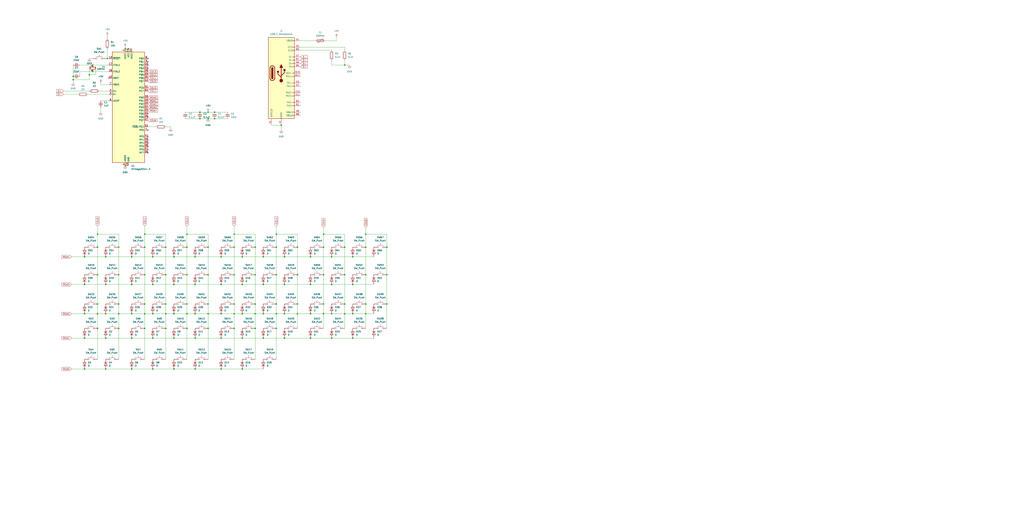
<source format=kicad_sch>
(kicad_sch (version 20231120) (generator "eeschema") (generator_version "8.0")
  (paper "User" 800 400)
  (lib_symbols
    (symbol "Connector:USB_C_Receptacle" (pin_names (offset 1.016))
      (property "Reference" "J" (at -10.16 29.21 0))
      (property "Value" "USB_C_Receptacle" (at 10.16 29.21 0))
      (symbol "USB_C_Receptacle_1_1"
        (pin passive line (at 0 -40.64 90) (length 5.08) (name "GND") (number "A1"))
        (pin bidirectional line (at 15.24 -15.24 180) (length 5.08) (name "RX2-") (number "A10"))
        (pin bidirectional line (at 15.24 -17.78 180) (length 5.08) (name "RX2+") (number "A11"))
        (pin passive line (at 0 -40.64 90) (length 5.08) hide (name "GND") (number "A12"))
        (pin bidirectional line (at 15.24 -10.16 180) (length 5.08) (name "TX1+") (number "A2"))
        (pin bidirectional line (at 15.24 -7.62 180) (length 5.08) (name "TX1-") (number "A3"))
        (pin passive line (at 15.24 25.4 180) (length 5.08) (name "VBUS") (number "A4"))
        (pin bidirectional line (at 15.24 20.32 180) (length 5.08) (name "CC1") (number "A5"))
        (pin bidirectional line (at 15.24 7.62 180) (length 5.08) (name "D+") (number "A6"))
        (pin bidirectional line (at 15.24 12.7 180) (length 5.08) (name "D-") (number "A7"))
        (pin bidirectional line (at 15.24 -30.48 180) (length 5.08) (name "SBU1") (number "A8"))
        (pin passive line (at 15.24 25.4 180) (length 5.08) hide (name "VBUS") (number "A9"))
        (pin passive line (at 0 -40.64 90) (length 5.08) hide (name "GND") (number "B1"))
        (pin bidirectional line (at 15.24 0 180) (length 5.08) (name "RX1-") (number "B10"))
        (pin bidirectional line (at 15.24 -2.54 180) (length 5.08) (name "RX1+") (number "B11"))
        (pin passive line (at 0 -40.64 90) (length 5.08) hide (name "GND") (number "B12"))
        (pin bidirectional line (at 15.24 -25.4 180) (length 5.08) (name "TX2+") (number "B2"))
        (pin bidirectional line (at 15.24 -22.86 180) (length 5.08) (name "TX2-") (number "B3"))
        (pin passive line (at 15.24 25.4 180) (length 5.08) hide (name "VBUS") (number "B4"))
        (pin bidirectional line (at 15.24 17.78 180) (length 5.08) (name "CC2") (number "B5"))
        (pin bidirectional line (at 15.24 5.08 180) (length 5.08) (name "D+") (number "B6"))
        (pin bidirectional line (at 15.24 10.16 180) (length 5.08) (name "D-") (number "B7"))
        (pin bidirectional line (at 15.24 -33.02 180) (length 5.08) (name "SBU2") (number "B8"))
        (pin passive line (at 15.24 25.4 180) (length 5.08) hide (name "VBUS") (number "B9"))
        (pin passive line (at -7.62 -40.64 90) (length 5.08) (name "SHIELD") (number "S1"))
      )
    )
    (symbol "Device:C_Small" (pin_numbers hide) (pin_names (offset 0.254) hide)
      (property "Reference" "C" (at 0.254 1.778 0))
      (property "Value" "C_Small" (at 0.254 -2.032 0))
      (symbol "C_Small_1_1"
        (pin passive line (at 0 2.54 270) (length 2.032) (name "~") (number "1"))
        (pin passive line (at 0 -2.54 90) (length 2.032) (name "~") (number "2"))
      )
    )
    (symbol "Device:Crystal_GND24_Small" (pin_names (offset 1.016) hide)
      (property "Reference" "Y" (at 1.27 4.445 0))
      (property "Value" "Crystal_GND24_Small" (at 1.27 2.54 0))
      (symbol "Crystal_GND24_Small_1_1"
        (pin passive line (at -2.54 0 0) (length 1.27) (name "1") (number "1"))
        (pin passive line (at 0 -2.54 90) (length 0.635) (name "2") (number "2"))
        (pin passive line (at 2.54 0 180) (length 1.27) (name "3") (number "3"))
        (pin passive line (at 0 2.54 270) (length 0.635) (name "4") (number "4"))
      )
    )
    (symbol "Device:D" (pin_numbers hide) (pin_names (offset 1.016) hide)
      (property "Reference" "D" (at 0 2.54 0))
      (property "Value" "D" (at 0 -2.54 0))
      (symbol "D_1_1"
        (pin passive line (at -3.81 0 0) (length 2.54) (name "K") (number "1"))
        (pin passive line (at 3.81 0 180) (length 2.54) (name "A") (number "2"))
      )
    )
    (symbol "Device:Polyfuse" (pin_numbers hide) (pin_names (offset 0))
      (property "Reference" "F" (at -2.54 0 90))
      (property "Value" "Polyfuse" (at 2.54 0 90))
      (symbol "Polyfuse_1_1"
        (pin passive line (at 0 3.81 270) (length 1.27) (name "~") (number "1"))
        (pin passive line (at 0 -3.81 90) (length 1.27) (name "~") (number "2"))
      )
    )
    (symbol "Device:R" (pin_numbers hide) (pin_names (offset 0))
      (property "Reference" "R" (at 2.032 0 90))
      (property "Value" "R" (at 0 0 90))
      (symbol "R_1_1"
        (pin passive line (at 0 3.81 270) (length 1.27) (name "~") (number "1"))
        (pin passive line (at 0 -3.81 90) (length 1.27) (name "~") (number "2"))
      )
    )
    (symbol "MCU_Microchip_ATmega:ATmega32U4-A"
      (property "Reference" "U" (at -12.7 44.45 0))
      (property "Value" "ATmega32U4-A" (at 2.54 -44.45 0))
      (symbol "ATmega32U4-A_1_1"
        (pin bidirectional line (at 15.24 -17.78 180) (length 2.54) (name "PE6") (number "1"))
        (pin bidirectional line (at 15.24 33.02 180) (length 2.54) (name "PB2") (number "10"))
        (pin bidirectional line (at 15.24 30.48 180) (length 2.54) (name "PB3") (number "11"))
        (pin bidirectional line (at 15.24 20.32 180) (length 2.54) (name "PB7") (number "12"))
        (pin input line (at -15.24 38.1 0) (length 2.54) (name "~{RESET}") (number "13"))
        (pin power_in line (at 0 45.72 270) (length 2.54) (name "VCC") (number "14"))
        (pin power_in line (at 0 -45.72 90) (length 2.54) (name "GND") (number "15"))
        (pin output line (at -15.24 27.94 0) (length 2.54) (name "XTAL2") (number "16"))
        (pin input line (at -15.24 33.02 0) (length 2.54) (name "XTAL1") (number "17"))
        (pin bidirectional line (at 15.24 7.62 180) (length 2.54) (name "PD0") (number "18"))
        (pin bidirectional line (at 15.24 5.08 180) (length 2.54) (name "PD1") (number "19"))
        (pin power_in line (at -2.54 45.72 270) (length 2.54) (name "UVCC") (number "2"))
        (pin bidirectional line (at 15.24 2.54 180) (length 2.54) (name "PD2") (number "20"))
        (pin bidirectional line (at 15.24 0 180) (length 2.54) (name "PD3") (number "21"))
        (pin bidirectional line (at 15.24 -5.08 180) (length 2.54) (name "PD5") (number "22"))
        (pin passive line (at 0 -45.72 90) (length 2.54) hide (name "GND") (number "23"))
        (pin power_in line (at 2.54 45.72 270) (length 2.54) (name "AVCC") (number "24"))
        (pin bidirectional line (at 15.24 -2.54 180) (length 2.54) (name "PD4") (number "25"))
        (pin bidirectional line (at 15.24 -7.62 180) (length 2.54) (name "PD6") (number "26"))
        (pin bidirectional line (at 15.24 -10.16 180) (length 2.54) (name "PD7") (number "27"))
        (pin bidirectional line (at 15.24 27.94 180) (length 2.54) (name "PB4") (number "28"))
        (pin bidirectional line (at 15.24 25.4 180) (length 2.54) (name "PB5") (number "29"))
        (pin bidirectional line (at -15.24 10.16 0) (length 2.54) (name "D-") (number "3"))
        (pin bidirectional line (at 15.24 22.86 180) (length 2.54) (name "PB6") (number "30"))
        (pin bidirectional line (at 15.24 15.24 180) (length 2.54) (name "PC6") (number "31"))
        (pin bidirectional line (at 15.24 12.7 180) (length 2.54) (name "PC7") (number "32"))
        (pin bidirectional line (at 15.24 -15.24 180) (length 2.54) (name "~{HWB}/PE2") (number "33"))
        (pin passive line (at 0 45.72 270) (length 2.54) hide (name "VCC") (number "34"))
        (pin passive line (at 0 -45.72 90) (length 2.54) hide (name "GND") (number "35"))
        (pin bidirectional line (at 15.24 -35.56 180) (length 2.54) (name "PF7") (number "36"))
        (pin bidirectional line (at 15.24 -33.02 180) (length 2.54) (name "PF6") (number "37"))
        (pin bidirectional line (at 15.24 -30.48 180) (length 2.54) (name "PF5") (number "38"))
        (pin bidirectional line (at 15.24 -27.94 180) (length 2.54) (name "PF4") (number "39"))
        (pin bidirectional line (at -15.24 12.7 0) (length 2.54) (name "D+") (number "4"))
        (pin bidirectional line (at 15.24 -25.4 180) (length 2.54) (name "PF1") (number "40"))
        (pin bidirectional line (at 15.24 -22.86 180) (length 2.54) (name "PF0") (number "41"))
        (pin passive line (at -15.24 22.86 0) (length 2.54) (name "AREF") (number "42"))
        (pin passive line (at 0 -45.72 90) (length 2.54) hide (name "GND") (number "43"))
        (pin passive line (at 2.54 45.72 270) (length 2.54) hide (name "AVCC") (number "44"))
        (pin passive line (at -2.54 -45.72 90) (length 2.54) (name "UGND") (number "5"))
        (pin passive line (at -15.24 5.08 0) (length 2.54) (name "UCAP") (number "6"))
        (pin input line (at -15.24 17.78 0) (length 2.54) (name "VBUS") (number "7"))
        (pin bidirectional line (at 15.24 38.1 180) (length 2.54) (name "PB0") (number "8"))
        (pin bidirectional line (at 15.24 35.56 180) (length 2.54) (name "PB1") (number "9"))
      )
    )
    (symbol "Switch:SW_Push" (pin_numbers hide) (pin_names (offset 1.016) hide)
      (property "Reference" "SW" (at 1.27 2.54 0))
      (property "Value" "SW_Push" (at 0 -1.524 0))
      (symbol "SW_Push_0_1"
        (pin passive line (at -5.08 0 0) (length 2.54) (name "1") (number "1"))
        (pin passive line (at 5.08 0 180) (length 2.54) (name "2") (number "2"))
      )
    )
    (symbol "power:+5V" (power) (pin_numbers hide) (pin_names (offset 0) hide)
      (property "Value" "+5V" (at 0 3.556 0))
      (symbol "+5V_1_1"
        (pin power_in line (at 0 0 90) (length 0) (name "~") (number "1"))
      )
    )
    (symbol "power:GND" (power) (pin_numbers hide) (pin_names (offset 0) hide)
      (property "Value" "GND" (at 0 -3.81 0))
      (symbol "GND_1_1"
        (pin power_in line (at 0 0 270) (length 0) (name "~") (number "1"))
      )
    )
  )
  (junction (at 152.4 264.16))
  (junction (at 129.54 245.11))
  (junction (at 92.71 256.54))
  (junction (at 66.04 245.11))
  (junction (at 162.56 87.63))
  (junction (at 172.72 288.29))
  (junction (at 113.03 214.63))
  (junction (at 215.9 237.49))
  (junction (at 205.74 264.16))
  (junction (at 119.38 200.66))
  (junction (at 152.4 288.29))
  (junction (at 215.9 245.11))
  (junction (at 113.03 237.49))
  (junction (at 135.89 200.66))
  (junction (at 275.59 222.25))
  (junction (at 82.55 245.11))
  (junction (at 269.24 50.8))
  (junction (at 72.39 50.8))
  (junction (at 189.23 288.29))
  (junction (at 182.88 256.54))
  (junction (at 76.2 214.63))
  (junction (at 167.64 87.63))
  (junction (at 162.56 237.49))
  (junction (at 182.88 214.63))
  (junction (at 199.39 237.49))
  (junction (at 102.87 200.66))
  (junction (at 182.88 245.11))
  (junction (at 146.05 237.49))
  (junction (at 156.21 87.63))
  (junction (at 172.72 264.16))
  (junction (at 76.2 237.49))
  (junction (at 152.4 245.11))
  (junction (at 100.33 38.1))
  (junction (at 269.24 237.49))
  (junction (at 189.23 200.66))
  (junction (at 113.03 193.04))
  (junction (at 102.87 222.25))
  (junction (at 162.56 193.04))
  (junction (at 82.55 264.16))
  (junction (at 146.05 214.63))
  (junction (at 215.9 193.04))
  (junction (at 219.71 97.79))
  (junction (at 215.9 214.63))
  (junction (at 92.71 193.04))
  (junction (at 205.74 245.11))
  (junction (at 215.9 256.54))
  (junction (at 172.72 222.25))
  (junction (at 129.54 214.63))
  (junction (at 252.73 193.04))
  (junction (at 119.38 222.25))
  (junction (at 113.03 182.88))
  (junction (at 242.57 200.66))
  (junction (at 242.57 222.25))
  (junction (at 269.24 214.63))
  (junction (at 82.55 222.25))
  (junction (at 146.05 182.88))
  (junction (at 189.23 264.16))
  (junction (at 275.59 200.66))
  (junction (at 162.56 245.11))
  (junction (at 76.2 245.11))
  (junction (at 242.57 245.11))
  (junction (at 129.54 256.54))
  (junction (at 82.55 200.66))
  (junction (at 259.08 222.25))
  (junction (at 259.08 245.11))
  (junction (at 92.71 237.49))
  (junction (at 182.88 182.88))
  (junction (at 76.2 256.54))
  (junction (at 146.05 245.11))
  (junction (at 252.73 214.63))
  (junction (at 135.89 245.11))
  (junction (at 172.72 245.11))
  (junction (at 182.88 193.04))
  (junction (at 119.38 288.29))
  (junction (at 205.74 200.66))
  (junction (at 259.08 200.66))
  (junction (at 97.79 129.54))
  (junction (at 135.89 264.16))
  (junction (at 146.05 256.54))
  (junction (at 113.03 245.11))
  (junction (at 285.75 214.63))
  (junction (at 302.26 214.63))
  (junction (at 222.25 222.25))
  (junction (at 172.72 200.66))
  (junction (at 146.05 193.04))
  (junction (at 129.54 237.49))
  (junction (at 167.64 92.71))
  (junction (at 102.87 245.11))
  (junction (at 182.88 237.49))
  (junction (at 83.82 45.72))
  (junction (at 302.26 193.04))
  (junction (at 66.04 264.16))
  (junction (at 275.59 264.16))
  (junction (at 285.75 245.11))
  (junction (at 102.87 288.29))
  (junction (at 119.38 245.11))
  (junction (at 189.23 245.11))
  (junction (at 189.23 222.25))
  (junction (at 252.73 245.11))
  (junction (at 162.56 92.71))
  (junction (at 222.25 200.66))
  (junction (at 152.4 200.66))
  (junction (at 232.41 193.04))
  (junction (at 222.25 245.11))
  (junction (at 302.26 237.49))
  (junction (at 269.24 193.04))
  (junction (at 275.59 245.11))
  (junction (at 162.56 256.54))
  (junction (at 129.54 193.04))
  (junction (at 252.73 182.88))
  (junction (at 199.39 256.54))
  (junction (at 76.2 182.88))
  (junction (at 97.79 38.1))
  (junction (at 156.21 92.71))
  (junction (at 199.39 214.63))
  (junction (at 232.41 214.63))
  (junction (at 135.89 222.25))
  (junction (at 92.71 214.63))
  (junction (at 102.87 264.16))
  (junction (at 82.55 288.29))
  (junction (at 113.03 256.54))
  (junction (at 66.04 288.29))
  (junction (at 285.75 237.49))
  (junction (at 119.38 264.16))
  (junction (at 199.39 245.11))
  (junction (at 152.4 222.25))
  (junction (at 222.25 264.16))
  (junction (at 242.57 264.16))
  (junction (at 92.71 245.11))
  (junction (at 66.04 200.66))
  (junction (at 259.08 264.16))
  (junction (at 76.2 193.04))
  (junction (at 57.15 59.69))
  (junction (at 162.56 214.63))
  (junction (at 57.15 62.23))
  (junction (at 232.41 245.11))
  (junction (at 252.73 237.49))
  (junction (at 269.24 245.11))
  (junction (at 285.75 182.88))
  (junction (at 215.9 182.88))
  (junction (at 232.41 237.49))
  (junction (at 135.89 288.29))
  (junction (at 285.75 193.04))
  (junction (at 66.04 222.25))
  (junction (at 69.85 58.42))
  (junction (at 205.74 222.25))
  (junction (at 199.39 193.04))
  (junction (at 72.39 55.88))
  (no_connect (at 115.57 111.76))
  (no_connect (at 115.57 50.8))
  (no_connect (at 115.57 114.3))
  (no_connect (at 115.57 101.6))
  (no_connect (at 115.57 116.84))
  (no_connect (at 115.57 119.38))
  (no_connect (at 115.57 45.72))
  (no_connect (at 115.57 48.26))
  (no_connect (at 115.57 106.68))
  (no_connect (at 115.57 53.34))
  (no_connect (at 115.57 91.44))
  (no_connect (at 115.57 109.22))
  (no_connect (at 115.57 88.9))
  (no_connect (at 85.09 60.96))
  (wire (pts (xy 242.57 200.66) (xy 259.08 200.66)))
  (wire (pts (xy 172.72 245.11) (xy 182.88 245.11)))
  (wire (pts (xy 82.55 264.16) (xy 102.87 264.16)))
  (wire (pts (xy 199.39 245.11) (xy 199.39 256.54)))
  (wire (pts (xy 252.73 245.11) (xy 252.73 256.54)))
  (wire (pts (xy 162.56 92.71) (xy 167.64 92.71)))
  (wire (pts (xy 78.74 64.77) (xy 78.74 66.04)))
  (wire (pts (xy 242.57 245.11) (xy 252.73 245.11)))
  (wire (pts (xy 146.05 182.88) (xy 146.05 193.04)))
  (wire (pts (xy 146.05 245.11) (xy 152.4 245.11)))
  (wire (pts (xy 77.47 71.12) (xy 85.09 71.12)))
  (wire (pts (xy 49.53 73.66) (xy 60.96 73.66)))
  (wire (pts (xy 215.9 245.11) (xy 215.9 256.54)))
  (wire (pts (xy 66.04 264.16) (xy 82.55 264.16)))
  (wire (pts (xy 113.03 237.49) (xy 113.03 245.11)))
  (wire (pts (xy 167.64 92.71) (xy 177.8 92.71)))
  (wire (pts (xy 269.24 46.99) (xy 269.24 50.8)))
  (wire (pts (xy 66.04 288.29) (xy 82.55 288.29)))
  (wire (pts (xy 62.23 55.88) (xy 72.39 55.88)))
  (wire (pts (xy 113.03 176.53) (xy 113.03 182.88)))
  (wire (pts (xy 152.4 245.11) (xy 162.56 245.11)))
  (wire (pts (xy 113.03 245.11) (xy 119.38 245.11)))
  (wire (pts (xy 205.74 245.11) (xy 215.9 245.11)))
  (wire (pts (xy 162.56 256.54) (xy 162.56 280.67)))
  (wire (pts (xy 72.39 55.88) (xy 85.09 55.88)))
  (wire (pts (xy 72.39 50.8) (xy 85.09 50.8)))
  (wire (pts (xy 144.78 87.63) (xy 156.21 87.63)))
  (wire (pts (xy 167.64 87.63) (xy 177.8 87.63)))
  (wire (pts (xy 199.39 214.63) (xy 199.39 237.49)))
  (wire (pts (xy 152.4 200.66) (xy 172.72 200.66)))
  (wire (pts (xy 78.74 78.74) (xy 85.09 78.74)))
  (wire (pts (xy 146.05 237.49) (xy 146.05 245.11)))
  (wire (pts (xy 76.2 256.54) (xy 76.2 280.67)))
  (wire (pts (xy 252.73 182.88) (xy 252.73 193.04)))
  (wire (pts (xy 205.74 222.25) (xy 222.25 222.25)))
  (wire (pts (xy 82.55 45.72) (xy 83.82 45.72)))
  (wire (pts (xy 152.4 222.25) (xy 172.72 222.25)))
  (wire (pts (xy 172.72 288.29) (xy 189.23 288.29)))
  (wire (pts (xy 172.72 200.66) (xy 189.23 200.66)))
  (wire (pts (xy 55.88 264.16) (xy 66.04 264.16)))
  (wire (pts (xy 146.05 193.04) (xy 146.05 214.63)))
  (wire (pts (xy 102.87 288.29) (xy 119.38 288.29)))
  (wire (pts (xy 232.41 193.04) (xy 232.41 214.63)))
  (wire (pts (xy 76.2 176.53) (xy 76.2 182.88)))
  (wire (pts (xy 172.72 264.16) (xy 189.23 264.16)))
  (wire (pts (xy 129.54 182.88) (xy 129.54 193.04)))
  (wire (pts (xy 76.2 214.63) (xy 76.2 237.49)))
  (wire (pts (xy 182.88 193.04) (xy 182.88 214.63)))
  (wire (pts (xy 119.38 245.11) (xy 129.54 245.11)))
  (wire (pts (xy 215.9 176.53) (xy 215.9 182.88)))
  (wire (pts (xy 269.24 182.88) (xy 269.24 193.04)))
  (wire (pts (xy 76.2 182.88) (xy 76.2 193.04)))
  (wire (pts (xy 285.75 245.11) (xy 292.1 245.11)))
  (wire (pts (xy 262.89 31.75) (xy 262.89 29.21)))
  (wire (pts (xy 97.79 129.54) (xy 100.33 129.54)))
  (wire (pts (xy 212.09 97.79) (xy 219.71 97.79)))
  (wire (pts (xy 285.75 193.04) (xy 285.75 214.63)))
  (wire (pts (xy 92.71 256.54) (xy 92.71 280.67)))
  (wire (pts (xy 152.4 288.29) (xy 172.72 288.29)))
  (wire (pts (xy 285.75 245.11) (xy 285.75 256.54)))
  (wire (pts (xy 189.23 264.16) (xy 205.74 264.16)))
  (wire (pts (xy 259.08 46.99) (xy 259.08 50.8)))
  (wire (pts (xy 113.03 245.11) (xy 113.03 256.54)))
  (wire (pts (xy 215.9 182.88) (xy 215.9 193.04)))
  (wire (pts (xy 302.26 214.63) (xy 302.26 237.49)))
  (wire (pts (xy 182.88 237.49) (xy 182.88 245.11)))
  (wire (pts (xy 49.53 71.12) (xy 69.85 71.12)))
  (wire (pts (xy 162.56 245.11) (xy 172.72 245.11)))
  (wire (pts (xy 69.85 53.34) (xy 69.85 58.42)))
  (wire (pts (xy 156.21 92.71) (xy 162.56 92.71)))
  (wire (pts (xy 275.59 200.66) (xy 292.1 200.66)))
  (wire (pts (xy 55.88 245.11) (xy 66.04 245.11)))
  (wire (pts (xy 232.41 182.88) (xy 232.41 193.04)))
  (wire (pts (xy 135.89 288.29) (xy 152.4 288.29)))
  (wire (pts (xy 113.03 182.88) (xy 113.03 193.04)))
  (wire (pts (xy 162.56 237.49) (xy 162.56 245.11)))
  (wire (pts (xy 252.73 214.63) (xy 252.73 237.49)))
  (wire (pts (xy 55.88 222.25) (xy 66.04 222.25)))
  (wire (pts (xy 162.56 193.04) (xy 162.56 214.63)))
  (wire (pts (xy 76.2 245.11) (xy 82.55 245.11)))
  (wire (pts (xy 113.03 193.04) (xy 113.03 214.63)))
  (wire (pts (xy 92.71 182.88) (xy 92.71 193.04)))
  (wire (pts (xy 189.23 222.25) (xy 205.74 222.25)))
  (wire (pts (xy 119.38 222.25) (xy 135.89 222.25)))
  (wire (pts (xy 275.59 222.25) (xy 292.1 222.25)))
  (wire (pts (xy 222.25 264.16) (xy 242.57 264.16)))
  (wire (pts (xy 69.85 62.23) (xy 57.15 62.23)))
  (wire (pts (xy 102.87 264.16) (xy 119.38 264.16)))
  (wire (pts (xy 78.74 66.04) (xy 85.09 66.04)))
  (wire (pts (xy 92.71 214.63) (xy 92.71 237.49)))
  (wire (pts (xy 129.54 245.11) (xy 135.89 245.11)))
  (wire (pts (xy 199.39 245.11) (xy 205.74 245.11)))
  (wire (pts (xy 222.25 200.66) (xy 242.57 200.66)))
  (wire (pts (xy 76.2 193.04) (xy 76.2 214.63)))
  (wire (pts (xy 215.9 245.11) (xy 222.25 245.11)))
  (wire (pts (xy 259.08 245.11) (xy 269.24 245.11)))
  (wire (pts (xy 135.89 222.25) (xy 152.4 222.25)))
  (wire (pts (xy 285.75 177.8) (xy 285.75 182.88)))
  (wire (pts (xy 135.89 200.66) (xy 152.4 200.66)))
  (wire (pts (xy 222.25 245.11) (xy 232.41 245.11)))
  (wire (pts (xy 76.2 237.49) (xy 76.2 245.11)))
  (wire (pts (xy 97.79 38.1) (xy 100.33 38.1)))
  (wire (pts (xy 74.93 58.42) (xy 74.93 53.34)))
  (wire (pts (xy 129.54 193.04) (xy 129.54 214.63)))
  (wire (pts (xy 182.88 176.53) (xy 182.88 182.88)))
  (wire (pts (xy 55.88 200.66) (xy 66.04 200.66)))
  (wire (pts (xy 199.39 237.49) (xy 199.39 245.11)))
  (wire (pts (xy 83.82 27.94) (xy 83.82 30.48)))
  (wire (pts (xy 254 31.75) (xy 262.89 31.75)))
  (wire (pts (xy 129.54 245.11) (xy 129.54 256.54)))
  (wire (pts (xy 78.74 83.82) (xy 78.74 87.63)))
  (wire (pts (xy 219.71 97.79) (xy 219.71 101.6)))
  (wire (pts (xy 182.88 245.11) (xy 182.88 256.54)))
  (wire (pts (xy 100.33 38.1) (xy 102.87 38.1)))
  (wire (pts (xy 252.73 193.04) (xy 252.73 214.63)))
  (wire (pts (xy 76.2 245.11) (xy 76.2 256.54)))
  (wire (pts (xy 144.78 92.71) (xy 156.21 92.71)))
  (wire (pts (xy 152.4 264.16) (xy 172.72 264.16)))
  (wire (pts (xy 68.58 73.66) (xy 85.09 73.66)))
  (wire (pts (xy 129.54 256.54) (xy 129.54 280.67)))
  (wire (pts (xy 232.41 237.49) (xy 232.41 245.11)))
  (wire (pts (xy 182.88 245.11) (xy 189.23 245.11)))
  (wire (pts (xy 205.74 200.66) (xy 222.25 200.66)))
  (wire (pts (xy 205.74 264.16) (xy 222.25 264.16)))
  (wire (pts (xy 57.15 59.69) (xy 57.15 62.23)))
  (wire (pts (xy 182.88 256.54) (xy 182.88 280.67)))
  (wire (pts (xy 172.72 222.25) (xy 189.23 222.25)))
  (wire (pts (xy 113.03 256.54) (xy 113.03 280.67)))
  (wire (pts (xy 97.79 36.83) (xy 97.79 38.1)))
  (wire (pts (xy 275.59 245.11) (xy 285.75 245.11)))
  (wire (pts (xy 215.9 182.88) (xy 232.41 182.88)))
  (wire (pts (xy 162.56 245.11) (xy 162.56 256.54)))
  (wire (pts (xy 92.71 237.49) (xy 92.71 245.11)))
  (wire (pts (xy 82.55 245.11) (xy 92.71 245.11)))
  (wire (pts (xy 57.15 50.8) (xy 57.15 59.69)))
  (wire (pts (xy 82.55 222.25) (xy 102.87 222.25)))
  (wire (pts (xy 259.08 200.66) (xy 275.59 200.66)))
  (wire (pts (xy 215.9 237.49) (xy 215.9 245.11)))
  (wire (pts (xy 162.56 182.88) (xy 146.05 182.88)))
  (wire (pts (xy 113.03 214.63) (xy 113.03 237.49)))
  (wire (pts (xy 113.03 182.88) (xy 129.54 182.88)))
  (wire (pts (xy 146.05 256.54) (xy 146.05 280.67)))
  (wire (pts (xy 259.08 222.25) (xy 275.59 222.25)))
  (wire (pts (xy 189.23 245.11) (xy 199.39 245.11)))
  (wire (pts (xy 222.25 222.25) (xy 242.57 222.25)))
  (wire (pts (xy 259.08 264.16) (xy 275.59 264.16)))
  (wire (pts (xy 285.75 182.88) (xy 302.26 182.88)))
  (wire (pts (xy 119.38 264.16) (xy 135.89 264.16)))
  (wire (pts (xy 269.24 237.49) (xy 269.24 245.11)))
  (wire (pts (xy 129.54 214.63) (xy 129.54 237.49)))
  (wire (pts (xy 92.71 193.04) (xy 92.71 214.63)))
  (wire (pts (xy 102.87 222.25) (xy 119.38 222.25)))
  (wire (pts (xy 182.88 214.63) (xy 182.88 237.49)))
  (wire (pts (xy 135.89 245.11) (xy 146.05 245.11)))
  (wire (pts (xy 242.57 264.16) (xy 259.08 264.16)))
  (wire (pts (xy 102.87 245.11) (xy 113.03 245.11)))
  (wire (pts (xy 135.89 264.16) (xy 152.4 264.16)))
  (wire (pts (xy 234.95 39.37) (xy 259.08 39.37)))
  (wire (pts (xy 102.87 200.66) (xy 119.38 200.66)))
  (wire (pts (xy 57.15 62.23) (xy 57.15 64.77)))
  (wire (pts (xy 215.9 214.63) (xy 215.9 237.49)))
  (wire (pts (xy 269.24 214.63) (xy 269.24 237.49)))
  (wire (pts (xy 199.39 182.88) (xy 199.39 193.04)))
  (wire (pts (xy 76.2 182.88) (xy 92.71 182.88)))
  (wire (pts (xy 82.55 200.66) (xy 102.87 200.66)))
  (wire (pts (xy 156.21 87.63) (xy 162.56 87.63)))
  (wire (pts (xy 182.88 182.88) (xy 199.39 182.88)))
  (wire (pts (xy 234.95 36.83) (xy 269.24 36.83)))
  (wire (pts (xy 232.41 214.63) (xy 232.41 237.49)))
  (wire (pts (xy 302.26 237.49) (xy 302.26 256.54)))
  (wire (pts (xy 115.57 99.06) (xy 121.92 99.06)))
  (wire (pts (xy 69.85 58.42) (xy 74.93 58.42)))
  (wire (pts (xy 69.85 58.42) (xy 69.85 62.23)))
  (wire (pts (xy 232.41 245.11) (xy 242.57 245.11)))
  (wire (pts (xy 252.73 245.11) (xy 259.08 245.11)))
  (wire (pts (xy 83.82 38.1) (xy 83.82 45.72)))
  (wire (pts (xy 146.05 214.63) (xy 146.05 237.49)))
  (wire (pts (xy 269.24 36.83) (xy 269.24 39.37)))
  (wire (pts (xy 269.24 193.04) (xy 269.24 214.63)))
  (wire (pts (xy 199.39 193.04) (xy 199.39 214.63)))
  (wire (pts (xy 269.24 245.11) (xy 275.59 245.11)))
  (wire (pts (xy 285.75 182.88) (xy 285.75 193.04)))
  (wire (pts (xy 146.05 176.53) (xy 146.05 182.88)))
  (wire (pts (xy 66.04 200.66) (xy 82.55 200.66)))
  (wire (pts (xy 285.75 237.49) (xy 285.75 245.11)))
  (wire (pts (xy 269.24 50.8) (xy 273.05 50.8)))
  (wire (pts (xy 66.04 222.25) (xy 82.55 222.25)))
  (wire (pts (xy 199.39 256.54) (xy 199.39 280.67)))
  (wire (pts (xy 62.23 59.69) (xy 62.23 55.88)))
  (wire (pts (xy 252.73 177.8) (xy 252.73 182.88)))
  (wire (pts (xy 182.88 182.88) (xy 182.88 193.04)))
  (wire (pts (xy 133.35 99.06) (xy 133.35 100.33)))
  (wire (pts (xy 259.08 50.8) (xy 269.24 50.8)))
  (wire (pts (xy 252.73 182.88) (xy 269.24 182.88)))
  (wire (pts (xy 62.23 50.8) (xy 72.39 50.8)))
  (wire (pts (xy 302.26 193.04) (xy 302.26 214.63)))
  (wire (pts (xy 275.59 264.16) (xy 292.1 264.16)))
  (wire (pts (xy 92.71 245.11) (xy 102.87 245.11)))
  (wire (pts (xy 234.95 31.75) (xy 246.38 31.75)))
  (wire (pts (xy 242.57 222.25) (xy 259.08 222.25)))
  (wire (pts (xy 119.38 288.29) (xy 135.89 288.29)))
  (wire (pts (xy 162.56 87.63) (xy 167.64 87.63)))
  (wire (pts (xy 302.26 182.88) (xy 302.26 193.04)))
  (wire (pts (xy 162.56 214.63) (xy 162.56 237.49)))
  (wire (pts (xy 82.55 288.29) (xy 102.87 288.29)))
  (wire (pts (xy 129.54 237.49) (xy 129.54 245.11)))
  (wire (pts (xy 232.41 245.11) (xy 232.41 256.54)))
  (wire (pts (xy 162.56 182.88) (xy 162.56 193.04)))
  (wire (pts (xy 129.54 99.06) (xy 133.35 99.06)))
  (wire (pts (xy 215.9 256.54) (xy 215.9 280.67)))
  (wire (pts (xy 189.23 288.29) (xy 205.74 288.29)))
  (wire (pts (xy 55.88 288.29) (xy 66.04 288.29)))
  (wire (pts (xy 146.05 245.11) (xy 146.05 256.54)))
  (wire (pts (xy 66.04 245.11) (xy 76.2 245.11)))
  (wire (pts (xy 285.75 214.63) (xy 285.75 237.49)))
  (wire (pts (xy 69.85 45.72) (xy 72.39 45.72)))
  (wire (pts (xy 92.71 245.11) (xy 92.71 256.54)))
  (wire (pts (xy 252.73 237.49) (xy 252.73 245.11)))
  (wire (pts (xy 119.38 200.66) (xy 135.89 200.66)))
  (wire (pts (xy 83.82 45.72) (xy 85.09 45.72)))
  (wire (pts (xy 189.23 200.66) (xy 205.74 200.66)))
  (wire (pts (xy 269.24 245.11) (xy 269.24 256.54)))
  (wire (pts (xy 215.9 193.04) (xy 215.9 214.63)))
  (global_label "COL6" (shape input) (at 285.75 177.8 90) (property "Intersheetrefs" "${INTERSHEET_REFS}" (effects (hide yes))))
  (global_label "COL3" (shape input) (at 182.88 176.53 90) (property "Intersheetrefs" "${INTERSHEET_REFS}" (effects (hide yes))))
  (global_label "ROW4" (shape input) (at 115.57 86.36 0) (property "Intersheetrefs" "${INTERSHEET_REFS}" (effects (hide yes))))
  (global_label "D+" (shape input) (at 234.95 52.07 0) (property "Intersheetrefs" "${INTERSHEET_REFS}" (effects (hide yes))))
  (global_label "COL3" (shape input) (at 115.57 55.88 0) (property "Intersheetrefs" "${INTERSHEET_REFS}" (effects (hide yes))))
  (global_label "COL6" (shape input) (at 115.57 93.98 0) (property "Intersheetrefs" "${INTERSHEET_REFS}" (effects (hide yes))))
  (global_label "COL0" (shape input) (at 115.57 63.5 0) (property "Intersheetrefs" "${INTERSHEET_REFS}" (effects (hide yes))))
  (global_label "D+" (shape input) (at 49.53 71.12 180) (property "Intersheetrefs" "${INTERSHEET_REFS}" (effects (hide yes))))
  (global_label "COL5" (shape input) (at 115.57 68.58 0) (property "Intersheetrefs" "${INTERSHEET_REFS}" (effects (hide yes))))
  (global_label "COL2" (shape input) (at 146.05 176.53 90) (property "Intersheetrefs" "${INTERSHEET_REFS}" (effects (hide yes))))
  (global_label "ROW4" (shape input) (at 55.88 200.66 180) (property "Intersheetrefs" "${INTERSHEET_REFS}" (effects (hide yes))))
  (global_label "ROW1" (shape input) (at 55.88 264.16 180) (property "Intersheetrefs" "${INTERSHEET_REFS}" (effects (hide yes))))
  (global_label "D+" (shape input) (at 234.95 49.53 0) (property "Intersheetrefs" "${INTERSHEET_REFS}" (effects (hide yes))))
  (global_label "COL5" (shape input) (at 252.73 177.8 90) (property "Intersheetrefs" "${INTERSHEET_REFS}" (effects (hide yes))))
  (global_label "D-" (shape input) (at 49.53 73.66 180) (property "Intersheetrefs" "${INTERSHEET_REFS}" (effects (hide yes))))
  (global_label "D-" (shape input) (at 234.95 44.45 0) (property "Intersheetrefs" "${INTERSHEET_REFS}" (effects (hide yes))))
  (global_label "COL0" (shape input) (at 76.2 176.53 90) (property "Intersheetrefs" "${INTERSHEET_REFS}" (effects (hide yes))))
  (global_label "D-" (shape input) (at 234.95 46.99 0) (property "Intersheetrefs" "${INTERSHEET_REFS}" (effects (hide yes))))
  (global_label "ROW2" (shape input) (at 55.88 245.11 180) (property "Intersheetrefs" "${INTERSHEET_REFS}" (effects (hide yes))))
  (global_label "ROW1" (shape input) (at 115.57 78.74 0) (property "Intersheetrefs" "${INTERSHEET_REFS}" (effects (hide yes))))
  (global_label "ROW3" (shape input) (at 115.57 83.82 0) (property "Intersheetrefs" "${INTERSHEET_REFS}" (effects (hide yes))))
  (global_label "ROW3" (shape input) (at 55.88 222.25 180) (property "Intersheetrefs" "${INTERSHEET_REFS}" (effects (hide yes))))
  (global_label "COL2" (shape input) (at 115.57 58.42 0) (property "Intersheetrefs" "${INTERSHEET_REFS}" (effects (hide yes))))
  (global_label "ROW0" (shape input) (at 115.57 76.2 0) (property "Intersheetrefs" "${INTERSHEET_REFS}" (effects (hide yes))))
  (global_label "COL1" (shape input) (at 115.57 60.96 0) (property "Intersheetrefs" "${INTERSHEET_REFS}" (effects (hide yes))))
  (global_label "COL1" (shape input) (at 113.03 176.53 90) (property "Intersheetrefs" "${INTERSHEET_REFS}" (effects (hide yes))))
  (global_label "ROW0" (shape input) (at 55.88 288.29 180) (property "Intersheetrefs" "${INTERSHEET_REFS}" (effects (hide yes))))
  (global_label "ROW2" (shape input) (at 115.57 81.28 0) (property "Intersheetrefs" "${INTERSHEET_REFS}" (effects (hide yes))))
  (global_label "COL4" (shape input) (at 215.9 176.53 90) (property "Intersheetrefs" "${INTERSHEET_REFS}" (effects (hide yes))))
  (global_label "COL4" (shape input) (at 115.57 71.12 0) (property "Intersheetrefs" "${INTERSHEET_REFS}" (effects (hide yes))))
  (symbol (lib_id "Device:R") (at 259.08 43.18 0) (unit 1)
    (property "Reference" "R5" (at 261.62 41.9099 0) (effects (justify left)))
    (property "Value" "5.1k" (at 261.62 44.4499 0) (effects (justify left)))
    (property "Footprint" "Resistor_SMD:R_0805_2012Metric" (effects (hide yes)))
    (property "Description" "Resistor" (effects (hide yes)))
  )
  (symbol (lib_id "Switch:SW_Push") (at 124.46 237.49 0) (unit 1)
    (property "Reference" "SW29" (at 124.46 229.87 0))
    (property "Value" "SW_Push" (at 124.46 232.41 0))
    (property "Footprint" "Button_Switch_Keyboard:SW_Cherry_MX_1.00u_PCB" (effects (hide yes)))
    (property "Description" "Push button switch, generic, two pins" (effects (hide yes)))
  )
  (symbol (lib_id "Device:C_Small") (at 167.64 90.17 0) (unit 1)
    (property "Reference" "C4" (at 170.18 88.9062 0) (effects (justify left)))
    (property "Value" "0.1uF" (at 170.18 91.4462 0) (effects (justify left)))
    (property "Footprint" "Capacitor_SMD:C_0805_2012Metric" (effects (hide yes)))
    (property "Description" "Unpolarized capacitor, small symbol" (effects (hide yes)))
  )
  (symbol (lib_id "power:GND") (at 97.79 129.54 0) (unit 1)
    (property "Reference" "#PWR01" (effects (hide yes)))
    (property "Value" "GND" (at 97.79 134.62 0))
    (property "Description" "Power symbol creates a global label with name \"GND\" , ground" (effects (hide yes)))
  )
  (symbol (lib_id "Switch:SW_Push") (at 107.95 237.49 0) (unit 1)
    (property "Reference" "SW27" (at 107.95 229.87 0))
    (property "Value" "SW_Push" (at 107.95 232.41 0))
    (property "Footprint" "Button_Switch_Keyboard:SW_Cherry_MX_1.00u_PCB" (effects (hide yes)))
    (property "Description" "Push button switch, generic, two pins" (effects (hide yes)))
  )
  (symbol (lib_id "Device:D") (at 189.23 218.44 270) (unit 1)
    (property "Reference" "D46" (at 191.77 217.1699 90) (effects (justify left)))
    (property "Value" "D" (at 191.77 219.7099 90) (effects (justify left)))
    (property "Footprint" "Diode_SMD:D_SOD-123" (effects (hide yes)))
    (property "Description" "Diode" (effects (hide yes)))
    (property "Sim.Device" "D" (effects (hide yes)))
    (property "Sim.Pins" "1=K 2=A" (effects (hide yes)))
  )
  (symbol (lib_id "Switch:SW_Push") (at 71.12 280.67 0) (unit 1)
    (property "Reference" "SW4" (at 71.12 273.05 0))
    (property "Value" "SW_Push" (at 71.12 275.59 0))
    (property "Footprint" "Button_Switch_Keyboard:SW_Cherry_MX_1.25u_PCB" (effects (hide yes)))
    (property "Description" "Push button switch, generic, two pins" (effects (hide yes)))
  )
  (symbol (lib_id "Device:D") (at 152.4 196.85 270) (unit 1)
    (property "Reference" "D58" (at 154.94 195.5799 90) (effects (justify left)))
    (property "Value" "D" (at 154.94 198.1199 90) (effects (justify left)))
    (property "Footprint" "Diode_SMD:D_SOD-123" (effects (hide yes)))
    (property "Description" "Diode" (effects (hide yes)))
    (property "Sim.Device" "D" (effects (hide yes)))
    (property "Sim.Pins" "1=K 2=A" (effects (hide yes)))
  )
  (symbol (lib_id "power:GND") (at 219.71 101.6 0) (unit 1)
    (property "Reference" "#PWR012" (effects (hide yes)))
    (property "Value" "GND" (at 219.71 106.68 0))
    (property "Description" "Power symbol creates a global label with name \"GND\" , ground" (effects (hide yes)))
  )
  (symbol (lib_id "Device:D") (at 102.87 260.35 90) (unit 1)
    (property "Reference" "D5" (at 105.41 259.0799 90) (effects (justify right)))
    (property "Value" "D" (at 105.41 261.6199 90) (effects (justify right)))
    (property "Footprint" "Diode_SMD:D_SOD-123" (effects (hide yes)))
    (property "Description" "Diode" (effects (hide yes)))
    (property "Sim.Device" "D" (effects (hide yes)))
    (property "Sim.Pins" "1=K 2=A" (effects (hide yes)))
  )
  (symbol (lib_id "Device:D") (at 242.57 196.85 90) (unit 1)
    (property "Reference" "D63" (at 245.11 195.5799 90) (effects (justify right)))
    (property "Value" "D" (at 245.11 198.1199 90) (effects (justify right)))
    (property "Footprint" "Diode_SMD:D_SOD-123" (effects (hide yes)))
    (property "Description" "Diode" (effects (hide yes)))
    (property "Sim.Device" "D" (effects (hide yes)))
    (property "Sim.Pins" "1=K 2=A" (effects (hide yes)))
  )
  (symbol (lib_id "Switch:SW_Push") (at 297.18 193.04 0) (unit 1)
    (property "Reference" "SW67" (at 297.18 185.42 0))
    (property "Value" "SW_Push" (at 297.18 187.96 0))
    (property "Footprint" "Button_Switch_Keyboard:SW_Cherry_MX_1.00u_PCB" (effects (hide yes)))
    (property "Description" "Push button switch, generic, two pins" (effects (hide yes)))
  )
  (symbol (lib_id "Switch:SW_Push") (at 157.48 237.49 0) (unit 1)
    (property "Reference" "SW31" (at 157.48 229.87 0))
    (property "Value" "SW_Push" (at 157.48 232.41 0))
    (property "Footprint" "Button_Switch_Keyboard:SW_Cherry_MX_1.00u_PCB" (effects (hide yes)))
    (property "Description" "Push button switch, generic, two pins" (effects (hide yes)))
  )
  (symbol (lib_id "Switch:SW_Push") (at 177.8 256.54 0) (unit 1)
    (property "Reference" "SW14" (at 177.8 248.92 0))
    (property "Value" "SW_Push" (at 177.8 251.46 0))
    (property "Footprint" "Button_Switch_Keyboard:SW_Cherry_MX_1.00u_PCB" (effects (hide yes)))
    (property "Description" "Push button switch, generic, two pins" (effects (hide yes)))
  )
  (symbol (lib_id "Switch:SW_Push") (at 140.97 193.04 0) (unit 1)
    (property "Reference" "SW58" (at 140.97 185.42 0))
    (property "Value" "SW_Push" (at 140.97 187.96 0))
    (property "Footprint" "Button_Switch_Keyboard:SW_Cherry_MX_1.00u_PCB" (effects (hide yes)))
    (property "Description" "Push button switch, generic, two pins" (effects (hide yes)))
  )
  (symbol (lib_id "Device:R") (at 269.24 43.18 0) (unit 1)
    (property "Reference" "R6" (at 271.78 41.9099 0) (effects (justify left)))
    (property "Value" "5.1k" (at 271.78 44.4499 0) (effects (justify left)))
    (property "Footprint" "Resistor_SMD:R_0805_2012Metric" (effects (hide yes)))
    (property "Description" "Resistor" (effects (hide yes)))
  )
  (symbol (lib_id "Switch:SW_Push") (at 264.16 214.63 0) (unit 1)
    (property "Reference" "SW51" (at 264.16 207.01 0))
    (property "Value" "SW_Push" (at 264.16 209.55 0))
    (property "Footprint" "Button_Switch_Keyboard:SW_Cherry_MX_1.00u_PCB" (effects (hide yes)))
    (property "Description" "Push button switch, generic, two pins" (effects (hide yes)))
  )
  (symbol (lib_id "Device:D") (at 172.72 260.35 90) (unit 1)
    (property "Reference" "D13" (at 175.26 259.0799 90) (effects (justify right)))
    (property "Value" "D" (at 175.26 261.6199 90) (effects (justify right)))
    (property "Footprint" "Diode_SMD:D_SOD-123" (effects (hide yes)))
    (property "Description" "Diode" (effects (hide yes)))
    (property "Sim.Device" "D" (effects (hide yes)))
    (property "Sim.Pins" "1=K 2=A" (effects (hide yes)))
  )
  (symbol (lib_id "Device:D") (at 102.87 284.48 90) (unit 1)
    (property "Reference" "D6" (at 105.41 283.2099 90) (effects (justify right)))
    (property "Value" "D" (at 105.41 285.7499 90) (effects (justify right)))
    (property "Footprint" "Diode_SMD:D_SOD-123" (effects (hide yes)))
    (property "Description" "Diode" (effects (hide yes)))
    (property "Sim.Device" "D" (effects (hide yes)))
    (property "Sim.Pins" "1=K 2=A" (effects (hide yes)))
  )
  (symbol (lib_id "Switch:SW_Push") (at 140.97 280.67 0) (unit 1)
    (property "Reference" "SW11" (at 140.97 273.05 0))
    (property "Value" "SW_Push" (at 140.97 275.59 0))
    (property "Footprint" "Button_Switch_Keyboard:SW_Cherry_MX_1.25u_PCB" (effects (hide yes)))
    (property "Description" "Push button switch, generic, two pins" (effects (hide yes)))
  )
  (symbol (lib_id "power:GND") (at 69.85 45.72 0) (unit 1)
    (property "Reference" "#PWR03" (effects (hide yes)))
    (property "Value" "GND" (at 69.85 49.53 0))
    (property "Description" "Power symbol creates a global label with name \"GND\" , ground" (effects (hide yes)))
  )
  (symbol (lib_id "Device:C_Small") (at 177.8 90.17 0) (unit 1)
    (property "Reference" "C5" (at 180.34 88.9062 0) (effects (justify left)))
    (property "Value" "10uF" (at 180.34 91.4462 0) (effects (justify left)))
    (property "Footprint" "Capacitor_SMD:C_0805_2012Metric" (effects (hide yes)))
    (property "Description" "Unpolarized capacitor, small symbol" (effects (hide yes)))
  )
  (symbol (lib_id "Device:D") (at 119.38 218.44 270) (unit 1)
    (property "Reference" "D42" (at 121.92 217.1699 90) (effects (justify left)))
    (property "Value" "D" (at 121.92 219.7099 90) (effects (justify left)))
    (property "Footprint" "Diode_SMD:D_SOD-123" (effects (hide yes)))
    (property "Description" "Diode" (effects (hide yes)))
    (property "Sim.Device" "D" (effects (hide yes)))
    (property "Sim.Pins" "1=K 2=A" (effects (hide yes)))
  )
  (symbol (lib_id "Switch:SW_Push") (at 194.31 214.63 0) (unit 1)
    (property "Reference" "SW47" (at 194.31 207.01 0))
    (property "Value" "SW_Push" (at 194.31 209.55 0))
    (property "Footprint" "Button_Switch_Keyboard:SW_Cherry_MX_1.00u_PCB" (effects (hide yes)))
    (property "Description" "Push button switch, generic, two pins" (effects (hide yes)))
  )
  (symbol (lib_id "Switch:SW_Push") (at 210.82 256.54 0) (unit 1)
    (property "Reference" "SW18" (at 210.82 248.92 0))
    (property "Value" "SW_Push" (at 210.82 251.46 0))
    (property "Footprint" "Button_Switch_Keyboard:SW_Cherry_MX_1.00u_PCB" (effects (hide yes)))
    (property "Description" "Push button switch, generic, two pins" (effects (hide yes)))
  )
  (symbol (lib_id "Switch:SW_Push") (at 107.95 214.63 0) (unit 1)
    (property "Reference" "SW42" (at 107.95 207.01 0))
    (property "Value" "SW_Push" (at 107.95 209.55 0))
    (property "Footprint" "Button_Switch_Keyboard:SW_Cherry_MX_1.00u_PCB" (effects (hide yes)))
    (property "Description" "Push button switch, generic, two pins" (effects (hide yes)))
  )
  (symbol (lib_id "Device:D") (at 102.87 196.85 90) (unit 1)
    (property "Reference" "D55" (at 105.41 195.5799 90) (effects (justify right)))
    (property "Value" "D" (at 105.41 198.1199 90) (effects (justify right)))
    (property "Footprint" "Diode_SMD:D_SOD-123" (effects (hide yes)))
    (property "Description" "Diode" (effects (hide yes)))
    (property "Sim.Device" "D" (effects (hide yes)))
    (property "Sim.Pins" "1=K 2=A" (effects (hide yes)))
  )
  (symbol (lib_id "Switch:SW_Push") (at 107.95 256.54 0) (unit 1)
    (property "Reference" "SW6" (at 107.95 248.92 0))
    (property "Value" "SW_Push" (at 107.95 251.46 0))
    (property "Footprint" "Button_Switch_Keyboard:SW_Cherry_MX_1.00u_PCB" (effects (hide yes)))
    (property "Description" "Push button switch, generic, two pins" (effects (hide yes)))
  )
  (symbol (lib_id "power:+5V") (at 162.56 87.63 0) (unit 1)
    (property "Reference" "#PWR06" (effects (hide yes)))
    (property "Value" "+5V" (at 162.56 82.55 0))
    (property "Description" "Power symbol creates a global label with name \"+5V\"" (effects (hide yes)))
  )
  (symbol (lib_id "Switch:SW_Push") (at 87.63 256.54 0) (unit 1)
    (property "Reference" "SW3" (at 87.63 248.92 0))
    (property "Value" "SW_Push" (at 87.63 251.46 0))
    (property "Footprint" "Button_Switch_Keyboard:SW_Cherry_MX_1.00u_PCB" (effects (hide yes)))
    (property "Description" "Push button switch, generic, two pins" (effects (hide yes)))
  )
  (symbol (lib_id "Switch:SW_Push") (at 264.16 193.04 0) (unit 1)
    (property "Reference" "SW65" (at 264.16 185.42 0))
    (property "Value" "SW_Push" (at 264.16 187.96 0))
    (property "Footprint" "Button_Switch_Keyboard:SW_Cherry_MX_1.00u_PCB" (effects (hide yes)))
    (property "Description" "Push button switch, generic, two pins" (effects (hide yes)))
  )
  (symbol (lib_id "Device:D") (at 292.1 241.3 270) (unit 1)
    (property "Reference" "D38" (at 294.64 240.0299 90) (effects (justify left)))
    (property "Value" "D" (at 294.64 242.5699 90) (effects (justify left)))
    (property "Footprint" "Diode_SMD:D_SOD-123" (effects (hide yes)))
    (property "Description" "Diode" (effects (hide yes)))
    (property "Sim.Device" "D" (effects (hide yes)))
    (property "Sim.Pins" "1=K 2=A" (effects (hide yes)))
  )
  (symbol (lib_id "Device:D") (at 82.55 260.35 270) (unit 1)
    (property "Reference" "D2" (at 85.09 259.0799 90) (effects (justify left)))
    (property "Value" "D" (at 85.09 261.6199 90) (effects (justify left)))
    (property "Footprint" "Diode_SMD:D_SOD-123" (effects (hide yes)))
    (property "Description" "Diode" (effects (hide yes)))
    (property "Sim.Device" "D" (effects (hide yes)))
    (property "Sim.Pins" "1=K 2=A" (effects (hide yes)))
  )
  (symbol (lib_id "Switch:SW_Push") (at 297.18 237.49 0) (unit 1)
    (property "Reference" "SW39" (at 297.18 229.87 0))
    (property "Value" "SW_Push" (at 297.18 232.41 0))
    (property "Footprint" "Button_Switch_Keyboard:SW_Cherry_MX_1.00u_PCB" (effects (hide yes)))
    (property "Description" "Push button switch, generic, two pins" (effects (hide yes)))
  )
  (symbol (lib_id "Device:D") (at 135.89 284.48 90) (unit 1)
    (property "Reference" "D10" (at 138.43 283.2099 90) (effects (justify right)))
    (property "Value" "D" (at 138.43 285.7499 90) (effects (justify right)))
    (property "Footprint" "Diode_SMD:D_SOD-123" (effects (hide yes)))
    (property "Description" "Diode" (effects (hide yes)))
    (property "Sim.Device" "D" (effects (hide yes)))
    (property "Sim.Pins" "1=K 2=A" (effects (hide yes)))
  )
  (symbol (lib_id "Switch:SW_Push") (at 71.12 193.04 0) (unit 1)
    (property "Reference" "SW54" (at 71.12 185.42 0))
    (property "Value" "SW_Push" (at 71.12 187.96 0))
    (property "Footprint" "Button_Switch_Keyboard:SW_Cherry_MX_1.00u_PCB" (effects (hide yes)))
    (property "Description" "Push button switch, generic, two pins" (effects (hide yes)))
  )
  (symbol (lib_id "power:+5V") (at 78.74 64.77 0) (unit 1)
    (property "Reference" "#PWR08" (effects (hide yes)))
    (property "Value" "+5V" (at 78.74 59.69 0))
    (property "Description" "Power symbol creates a global label with name \"+5V\"" (effects (hide yes)))
  )
  (symbol (lib_id "Device:D") (at 82.55 218.44 270) (unit 1)
    (property "Reference" "D40" (at 85.09 217.1699 90) (effects (justify left)))
    (property "Value" "D" (at 85.09 219.7099 90) (effects (justify left)))
    (property "Footprint" "Diode_SMD:D_SOD-123" (effects (hide yes)))
    (property "Description" "Diode" (effects (hide yes)))
    (property "Sim.Device" "D" (effects (hide yes)))
    (property "Sim.Pins" "1=K 2=A" (effects (hide yes)))
  )
  (symbol (lib_id "Device:D") (at 259.08 218.44 270) (unit 1)
    (property "Reference" "D50" (at 261.62 217.1699 90) (effects (justify left)))
    (property "Value" "D" (at 261.62 219.7099 90) (effects (justify left)))
    (property "Footprint" "Diode_SMD:D_SOD-123" (effects (hide yes)))
    (property "Description" "Diode" (effects (hide yes)))
    (property "Sim.Device" "D" (effects (hide yes)))
    (property "Sim.Pins" "1=K 2=A" (effects (hide yes)))
  )
  (symbol (lib_id "Switch:SW_Push") (at 194.31 280.67 0) (unit 1)
    (property "Reference" "SW17" (at 194.31 273.05 0))
    (property "Value" "SW_Push" (at 194.31 275.59 0))
    (property "Footprint" "Button_Switch_Keyboard:SW_Cherry_MX_1.00u_PCB" (effects (hide yes)))
    (property "Description" "Push button switch, generic, two pins" (effects (hide yes)))
  )
  (symbol (lib_id "Switch:SW_Push") (at 280.67 256.54 0) (unit 1)
    (property "Reference" "SW26" (at 280.67 248.92 0))
    (property "Value" "SW_Push" (at 280.67 251.46 0))
    (property "Footprint" "Button_Switch_Keyboard:SW_Cherry_MX_1.00u_PCB" (effects (hide yes)))
    (property "Description" "Push button switch, generic, two pins" (effects (hide yes)))
  )
  (symbol (lib_id "Device:D") (at 189.23 196.85 270) (unit 1)
    (property "Reference" "D60" (at 191.77 195.5799 90) (effects (justify left)))
    (property "Value" "D" (at 191.77 198.1199 90) (effects (justify left)))
    (property "Footprint" "Diode_SMD:D_SOD-123" (effects (hide yes)))
    (property "Description" "Diode" (effects (hide yes)))
    (property "Sim.Device" "D" (effects (hide yes)))
    (property "Sim.Pins" "1=K 2=A" (effects (hide yes)))
  )
  (symbol (lib_id "Device:D") (at 275.59 218.44 90) (unit 1)
    (property "Reference" "D51" (at 278.13 217.1699 90) (effects (justify right)))
    (property "Value" "D" (at 278.13 219.7099 90) (effects (justify right)))
    (property "Footprint" "Diode_SMD:D_SOD-123" (effects (hide yes)))
    (property "Description" "Diode" (effects (hide yes)))
    (property "Sim.Device" "D" (effects (hide yes)))
    (property "Sim.Pins" "1=K 2=A" (effects (hide yes)))
  )
  (symbol (lib_id "Device:D") (at 222.25 196.85 270) (unit 1)
    (property "Reference" "D62" (at 224.79 195.5799 90) (effects (justify left)))
    (property "Value" "D" (at 224.79 198.1199 90) (effects (justify left)))
    (property "Footprint" "Diode_SMD:D_SOD-123" (effects (hide yes)))
    (property "Description" "Diode" (effects (hide yes)))
    (property "Sim.Device" "D" (effects (hide yes)))
    (property "Sim.Pins" "1=K 2=A" (effects (hide yes)))
  )
  (symbol (lib_id "Switch:SW_Push") (at 247.65 214.63 0) (unit 1)
    (property "Reference" "SW50" (at 247.65 207.01 0))
    (property "Value" "SW_Push" (at 247.65 209.55 0))
    (property "Footprint" "Button_Switch_Keyboard:SW_Cherry_MX_1.00u_PCB" (effects (hide yes)))
    (property "Description" "Push button switch, generic, two pins" (effects (hide yes)))
  )
  (symbol (lib_id "Device:D") (at 152.4 241.3 270) (unit 1)
    (property "Reference" "D30" (at 154.94 240.0299 90) (effects (justify left)))
    (property "Value" "D" (at 154.94 242.5699 90) (effects (justify left)))
    (property "Footprint" "Diode_SMD:D_SOD-123" (effects (hide yes)))
    (property "Description" "Diode" (effects (hide yes)))
    (property "Sim.Device" "D" (effects (hide yes)))
    (property "Sim.Pins" "1=K 2=A" (effects (hide yes)))
  )
  (symbol (lib_id "Device:D") (at 102.87 218.44 90) (unit 1)
    (property "Reference" "D41" (at 105.41 217.1699 90) (effects (justify right)))
    (property "Value" "D" (at 105.41 219.7099 90) (effects (justify right)))
    (property "Footprint" "Diode_SMD:D_SOD-123" (effects (hide yes)))
    (property "Description" "Diode" (effects (hide yes)))
    (property "Sim.Device" "D" (effects (hide yes)))
    (property "Sim.Pins" "1=K 2=A" (effects (hide yes)))
  )
  (symbol (lib_id "Switch:SW_Push") (at 297.18 214.63 0) (unit 1)
    (property "Reference" "SW53" (at 297.18 207.01 0))
    (property "Value" "SW_Push" (at 297.18 209.55 0))
    (property "Footprint" "Button_Switch_Keyboard:SW_Cherry_MX_1.00u_PCB" (effects (hide yes)))
    (property "Description" "Push button switch, generic, two pins" (effects (hide yes)))
  )
  (symbol (lib_id "Switch:SW_Push") (at 210.82 280.67 0) (unit 1)
    (property "Reference" "SW19" (at 210.82 273.05 0))
    (property "Value" "SW_Push" (at 210.82 275.59 0))
    (property "Footprint" "Button_Switch_Keyboard:SW_Cherry_MX_1.00u_PCB" (effects (hide yes)))
    (property "Description" "Push button switch, generic, two pins" (effects (hide yes)))
  )
  (symbol (lib_id "Device:D") (at 189.23 284.48 270) (unit 1)
    (property "Reference" "D16" (at 191.77 283.2099 90) (effects (justify left)))
    (property "Value" "D" (at 191.77 285.7499 90) (effects (justify left)))
    (property "Footprint" "Diode_SMD:D_SOD-123" (effects (hide yes)))
    (property "Description" "Diode" (effects (hide yes)))
    (property "Sim.Device" "D" (effects (hide yes)))
    (property "Sim.Pins" "1=K 2=A" (effects (hide yes)))
  )
  (symbol (lib_id "Device:D") (at 292.1 218.44 270) (unit 1)
    (property "Reference" "D52" (at 294.64 217.1699 90) (effects (justify left)))
    (property "Value" "D" (at 294.64 219.7099 90) (effects (justify left)))
    (property "Footprint" "Diode_SMD:D_SOD-123" (effects (hide yes)))
    (property "Description" "Diode" (effects (hide yes)))
    (property "Sim.Device" "D" (effects (hide yes)))
    (property "Sim.Pins" "1=K 2=A" (effects (hide yes)))
  )
  (symbol (lib_id "Device:D") (at 222.25 241.3 270) (unit 1)
    (property "Reference" "D34" (at 224.79 240.0299 90) (effects (justify left)))
    (property "Value" "D" (at 224.79 242.5699 90) (effects (justify left)))
    (property "Footprint" "Diode_SMD:D_SOD-123" (effects (hide yes)))
    (property "Description" "Diode" (effects (hide yes)))
    (property "Sim.Device" "D" (effects (hide yes)))
    (property "Sim.Pins" "1=K 2=A" (effects (hide yes)))
  )
  (symbol (lib_id "Device:D") (at 259.08 241.3 270) (unit 1)
    (property "Reference" "D36" (at 261.62 240.0299 90) (effects (justify left)))
    (property "Value" "D" (at 261.62 242.5699 90) (effects (justify left)))
    (property "Footprint" "Diode_SMD:D_SOD-123" (effects (hide yes)))
    (property "Description" "Diode" (effects (hide yes)))
    (property "Sim.Device" "D" (effects (hide yes)))
    (property "Sim.Pins" "1=K 2=A" (effects (hide yes)))
  )
  (symbol (lib_id "Switch:SW_Push") (at 71.12 237.49 0) (unit 1)
    (property "Reference" "SW23" (at 71.12 229.87 0))
    (property "Value" "SW_Push" (at 71.12 232.41 0))
    (property "Footprint" "Button_Switch_Keyboard:SW_Cherry_MX_1.75u_PCB" (effects (hide yes)))
    (property "Description" "Push button switch, generic, two pins" (effects (hide yes)))
  )
  (symbol (lib_id "Switch:SW_Push") (at 247.65 256.54 0) (unit 1)
    (property "Reference" "SW22" (at 247.65 248.92 0))
    (property "Value" "SW_Push" (at 247.65 251.46 0))
    (property "Footprint" "Button_Switch_Keyboard:SW_Cherry_MX_1.00u_PCB" (effects (hide yes)))
    (property "Description" "Push button switch, generic, two pins" (effects (hide yes)))
  )
  (symbol (lib_id "Switch:SW_Push") (at 247.65 193.04 0) (unit 1)
    (property "Reference" "SW64" (at 247.65 185.42 0))
    (property "Value" "SW_Push" (at 247.65 187.96 0))
    (property "Footprint" "Button_Switch_Keyboard:SW_Cherry_MX_1.00u_PCB" (effects (hide yes)))
    (property "Description" "Push button switch, generic, two pins" (effects (hide yes)))
  )
  (symbol (lib_id "Device:D") (at 205.74 218.44 90) (unit 1)
    (property "Reference" "D47" (at 208.28 217.1699 90) (effects (justify right)))
    (property "Value" "D" (at 208.28 219.7099 90) (effects (justify right)))
    (property "Footprint" "Diode_SMD:D_SOD-123" (effects (hide yes)))
    (property "Description" "Diode" (effects (hide yes)))
    (property "Sim.Device" "D" (effects (hide yes)))
    (property "Sim.Pins" "1=K 2=A" (effects (hide yes)))
  )
  (symbol (lib_id "Device:D") (at 102.87 241.3 90) (unit 1)
    (property "Reference" "D26" (at 105.41 240.0299 90) (effects (justify right)))
    (property "Value" "D" (at 105.41 242.5699 90) (effects (justify right)))
    (property "Footprint" "Diode_SMD:D_SOD-123" (effects (hide yes)))
    (property "Description" "Diode" (effects (hide yes)))
    (property "Sim.Device" "D" (effects (hide yes)))
    (property "Sim.Pins" "1=K 2=A" (effects (hide yes)))
  )
  (symbol (lib_id "power:GND") (at 133.35 100.33 0) (unit 1)
    (property "Reference" "#PWR04" (effects (hide yes)))
    (property "Value" "GND" (at 133.35 105.41 0))
    (property "Description" "Power symbol creates a global label with name \"GND\" , ground" (effects (hide yes)))
  )
  (symbol (lib_id "Switch:SW_Push") (at 157.48 256.54 0) (unit 1)
    (property "Reference" "SW12" (at 157.48 248.92 0))
    (property "Value" "SW_Push" (at 157.48 251.46 0))
    (property "Footprint" "Button_Switch_Keyboard:SW_Cherry_MX_1.00u_PCB" (effects (hide yes)))
    (property "Description" "Push button switch, generic, two pins" (effects (hide yes)))
  )
  (symbol (lib_id "Device:C_Small") (at 144.78 90.17 0) (unit 1)
    (property "Reference" "C2" (at 147.32 88.9062 0) (effects (justify left)))
    (property "Value" "0.1uF" (at 147.32 91.4462 0) (effects (justify left)))
    (property "Footprint" "Capacitor_SMD:C_0805_2012Metric" (effects (hide yes)))
    (property "Description" "Unpolarized capacitor, small symbol" (effects (hide yes)))
  )
  (symbol (lib_id "Switch:SW_Push") (at 264.16 256.54 0) (unit 1)
    (property "Reference" "SW24" (at 264.16 248.92 0))
    (property "Value" "SW_Push" (at 264.16 251.46 0))
    (property "Footprint" "Button_Switch_Keyboard:SW_Cherry_MX_1.75u_PCB" (effects (hide yes)))
    (property "Description" "Push button switch, generic, two pins" (effects (hide yes)))
  )
  (symbol (lib_id "Switch:SW_Push") (at 247.65 237.49 0) (unit 1)
    (property "Reference" "SW36" (at 247.65 229.87 0))
    (property "Value" "SW_Push" (at 247.65 232.41 0))
    (property "Footprint" "Button_Switch_Keyboard:SW_Cherry_MX_1.00u_PCB" (effects (hide yes)))
    (property "Description" "Push button switch, generic, two pins" (effects (hide yes)))
  )
  (symbol (lib_id "Device:D") (at 242.57 260.35 90) (unit 1)
    (property "Reference" "D21" (at 245.11 259.0799 90) (effects (justify right)))
    (property "Value" "D" (at 245.11 261.6199 90) (effects (justify right)))
    (property "Footprint" "Diode_SMD:D_SOD-123" (effects (hide yes)))
    (property "Description" "Diode" (effects (hide yes)))
    (property "Sim.Device" "D" (effects (hide yes)))
    (property "Sim.Pins" "1=K 2=A" (effects (hide yes)))
  )
  (symbol (lib_id "Device:R") (at 125.73 99.06 90) (unit 1)
    (property "Reference" "R1" (at 125.73 92.71 90))
    (property "Value" "10k" (at 125.73 95.25 90))
    (property "Footprint" "Resistor_SMD:R_0805_2012Metric" (effects (hide yes)))
    (property "Description" "Resistor" (effects (hide yes)))
  )
  (symbol (lib_id "Device:D") (at 275.59 196.85 90) (unit 1)
    (property "Reference" "D65" (at 278.13 195.5799 90) (effects (justify right)))
    (property "Value" "D" (at 278.13 198.1199 90) (effects (justify right)))
    (property "Footprint" "Diode_SMD:D_SOD-123" (effects (hide yes)))
    (property "Description" "Diode" (effects (hide yes)))
    (property "Sim.Device" "D" (effects (hide yes)))
    (property "Sim.Pins" "1=K 2=A" (effects (hide yes)))
  )
  (symbol (lib_id "power:+5V") (at 83.82 27.94 0) (unit 1)
    (property "Reference" "#PWR010" (effects (hide yes)))
    (property "Value" "+5V" (at 83.82 22.86 0))
    (property "Description" "Power symbol creates a global label with name \"+5V\"" (effects (hide yes)))
  )
  (symbol (lib_id "Device:D") (at 119.38 241.3 270) (unit 1)
    (property "Reference" "D28" (at 121.92 240.0299 90) (effects (justify left)))
    (property "Value" "D" (at 121.92 242.5699 90) (effects (justify left)))
    (property "Footprint" "Diode_SMD:D_SOD-123" (effects (hide yes)))
    (property "Description" "Diode" (effects (hide yes)))
    (property "Sim.Device" "D" (effects (hide yes)))
    (property "Sim.Pins" "1=K 2=A" (effects (hide yes)))
  )
  (symbol (lib_id "Device:D") (at 152.4 284.48 270) (unit 1)
    (property "Reference" "D12" (at 154.94 283.2099 90) (effects (justify left)))
    (property "Value" "D" (at 154.94 285.7499 90) (effects (justify left)))
    (property "Footprint" "Diode_SMD:D_SOD-123" (effects (hide yes)))
    (property "Description" "Diode" (effects (hide yes)))
    (property "Sim.Device" "D" (effects (hide yes)))
    (property "Sim.Pins" "1=K 2=A" (effects (hide yes)))
  )
  (symbol (lib_id "Device:D") (at 275.59 241.3 90) (unit 1)
    (property "Reference" "D37" (at 278.13 240.0299 90) (effects (justify right)))
    (property "Value" "D" (at 278.13 242.5699 90) (effects (justify right)))
    (property "Footprint" "Diode_SMD:D_SOD-123" (effects (hide yes)))
    (property "Description" "Diode" (effects (hide yes)))
    (property "Sim.Device" "D" (effects (hide yes)))
    (property "Sim.Pins" "1=K 2=A" (effects (hide yes)))
  )
  (symbol (lib_id "Switch:SW_Push") (at 264.16 237.49 0) (unit 1)
    (property "Reference" "SW37" (at 264.16 229.87 0))
    (property "Value" "SW_Push" (at 264.16 232.41 0))
    (property "Footprint" "Button_Switch_Keyboard:SW_Cherry_MX_1.00u_PCB" (effects (hide yes)))
    (property "Description" "Push button switch, generic, two pins" (effects (hide yes)))
  )
  (symbol (lib_id "Device:D") (at 205.74 196.85 90) (unit 1)
    (property "Reference" "D61" (at 208.28 195.5799 90) (effects (justify right)))
    (property "Value" "D" (at 208.28 198.1199 90) (effects (justify right)))
    (property "Footprint" "Diode_SMD:D_SOD-123" (effects (hide yes)))
    (property "Description" "Diode" (effects (hide yes)))
    (property "Sim.Device" "D" (effects (hide yes)))
    (property "Sim.Pins" "1=K 2=A" (effects (hide yes)))
  )
  (symbol (lib_id "Switch:SW_Push") (at 227.33 256.54 0) (unit 1)
    (property "Reference" "SW20" (at 227.33 248.92 0))
    (property "Value" "SW_Push" (at 227.33 251.46 0))
    (property "Footprint" "Button_Switch_Keyboard:SW_Cherry_MX_1.00u_PCB" (effects (hide yes)))
    (property "Description" "Push button switch, generic, two pins" (effects (hide yes)))
  )
  (symbol (lib_id "Switch:SW_Push") (at 157.48 280.67 0) (unit 1)
    (property "Reference" "SW13" (at 157.48 273.05 0))
    (property "Value" "SW_Push" (at 157.48 275.59 0))
    (property "Footprint" "Button_Switch_Keyboard:SW_Cherry_MX_1.25u_PCB" (effects (hide yes)))
    (property "Description" "Push button switch, generic, two pins" (effects (hide yes)))
  )
  (symbol (lib_id "Switch:SW_Push") (at 157.48 214.63 0) (unit 1)
    (property "Reference" "SW45" (at 157.48 207.01 0))
    (property "Value" "SW_Push" (at 157.48 209.55 0))
    (property "Footprint" "Button_Switch_Keyboard:SW_Cherry_MX_1.00u_PCB" (effects (hide yes)))
    (property "Description" "Push button switch, generic, two pins" (effects (hide yes)))
  )
  (symbol (lib_id "Device:D") (at 119.38 284.48 270) (unit 1)
    (property "Reference" "D8" (at 121.92 283.2099 90) (effects (justify left)))
    (property "Value" "D" (at 121.92 285.7499 90) (effects (justify left)))
    (property "Footprint" "Diode_SMD:D_SOD-123" (effects (hide yes)))
    (property "Description" "Diode" (effects (hide yes)))
    (property "Sim.Device" "D" (effects (hide yes)))
    (property "Sim.Pins" "1=K 2=A" (effects (hide yes)))
  )
  (symbol (lib_id "MCU_Microchip_ATmega:ATmega32U4-A") (at 100.33 83.82 0) (unit 1)
    (property "Reference" "U1" (at 102.5241 129.54 0) (effects (justify left)))
    (property "Value" "ATmega32U4-A" (at 102.5241 132.08 0) (effects (justify left)))
    (property "Footprint" "Package_QFP:TQFP-44_10x10mm_P0.8mm" (effects (hide yes)))
    (property "Datasheet" "http://ww1.microchip.com/downloads/en/DeviceDoc/Atmel-7766-8-bit-AVR-ATmega16U4-32U4_Datasheet.pdf" (effects (hide yes)))
    (property "Description" "16MHz, 32kB Flash, 2.5kB SRAM, 1kB EEPROM, USB 2.0, TQFP-44" (effects (hide yes)))
  )
  (symbol (lib_id "Device:C_Small") (at 59.69 50.8 90) (unit 1)
    (property "Reference" "C6" (at 59.6963 44.45 90))
    (property "Value" "22pF" (at 59.6963 46.99 90))
    (property "Footprint" "Capacitor_SMD:C_0805_2012Metric" (effects (hide yes)))
    (property "Description" "Unpolarized capacitor, small symbol" (effects (hide yes)))
  )
  (symbol (lib_id "power:GND") (at 273.05 50.8 0) (unit 1)
    (property "Reference" "#PWR011" (effects (hide yes)))
    (property "Value" "GND" (at 273.05 55.88 0))
    (property "Description" "Power symbol creates a global label with name \"GND\" , ground" (effects (hide yes)))
  )
  (symbol (lib_id "Switch:SW_Push") (at 227.33 214.63 0) (unit 1)
    (property "Reference" "SW49" (at 227.33 207.01 0))
    (property "Value" "SW_Push" (at 227.33 209.55 0))
    (property "Footprint" "Button_Switch_Keyboard:SW_Cherry_MX_1.00u_PCB" (effects (hide yes)))
    (property "Description" "Push button switch, generic, two pins" (effects (hide yes)))
  )
  (symbol (lib_id "Switch:SW_Push") (at 140.97 214.63 0) (unit 1)
    (property "Reference" "SW44" (at 140.97 207.01 0))
    (property "Value" "SW_Push" (at 140.97 209.55 0))
    (property "Footprint" "Button_Switch_Keyboard:SW_Cherry_MX_1.00u_PCB" (effects (hide yes)))
    (property "Description" "Push button switch, generic, two pins" (effects (hide yes)))
  )
  (symbol (lib_id "Device:C_Small") (at 156.21 90.17 0) (unit 1)
    (property "Reference" "C3" (at 158.75 88.9062 0) (effects (justify left)))
    (property "Value" "0.1uF" (at 158.75 91.4462 0) (effects (justify left)))
    (property "Footprint" "Capacitor_SMD:C_0805_2012Metric" (effects (hide yes)))
    (property "Description" "Unpolarized capacitor, small symbol" (effects (hide yes)))
  )
  (symbol (lib_id "Device:D") (at 66.04 284.48 90) (unit 1)
    (property "Reference" "D3" (at 68.58 283.2099 90) (effects (justify right)))
    (property "Value" "D" (at 68.58 285.7499 90) (effects (justify right)))
    (property "Footprint" "Diode_SMD:D_SOD-123" (effects (hide yes)))
    (property "Description" "Diode" (effects (hide yes)))
    (property "Sim.Device" "D" (effects (hide yes)))
    (property "Sim.Pins" "1=K 2=A" (effects (hide yes)))
  )
  (symbol (lib_id "Device:D") (at 152.4 218.44 270) (unit 1)
    (property "Reference" "D44" (at 154.94 217.1699 90) (effects (justify left)))
    (property "Value" "D" (at 154.94 219.7099 90) (effects (justify left)))
    (property "Footprint" "Diode_SMD:D_SOD-123" (effects (hide yes)))
    (property "Description" "Diode" (effects (hide yes)))
    (property "Sim.Device" "D" (effects (hide yes)))
    (property "Sim.Pins" "1=K 2=A" (effects (hide yes)))
  )
  (symbol (lib_id "Switch:SW_Push") (at 87.63 280.67 0) (unit 1)
    (property "Reference" "SW5" (at 87.63 273.05 0))
    (property "Value" "SW_Push" (at 87.63 275.59 0))
    (property "Footprint" "Button_Switch_Keyboard:SW_Cherry_MX_1.25u_PCB" (effects (hide yes)))
    (property "Description" "Push button switch, generic, two pins" (effects (hide yes)))
  )
  (symbol (lib_id "Device:D") (at 189.23 241.3 270) (unit 1)
    (property "Reference" "D32" (at 191.77 240.0299 90) (effects (justify left)))
    (property "Value" "D" (at 191.77 242.5699 90) (effects (justify left)))
    (property "Footprint" "Diode_SMD:D_SOD-123" (effects (hide yes)))
    (property "Description" "Diode" (effects (hide yes)))
    (property "Sim.Device" "D" (effects (hide yes)))
    (property "Sim.Pins" "1=K 2=A" (effects (hide yes)))
  )
  (symbol (lib_id "Device:R") (at 64.77 73.66 90) (unit 1)
    (property "Reference" "R3" (at 64.77 67.31 90))
    (property "Value" "22" (at 64.77 69.85 90))
    (property "Footprint" "Resistor_SMD:R_0805_2012Metric" (effects (hide yes)))
    (property "Description" "Resistor" (effects (hide yes)))
  )
  (symbol (lib_id "Device:D") (at 152.4 260.35 270) (unit 1)
    (property "Reference" "D11" (at 154.94 259.0799 90) (effects (justify left)))
    (property "Value" "D" (at 154.94 261.6199 90) (effects (justify left)))
    (property "Footprint" "Diode_SMD:D_SOD-123" (effects (hide yes)))
    (property "Description" "Diode" (effects (hide yes)))
    (property "Sim.Device" "D" (effects (hide yes)))
    (property "Sim.Pins" "1=K 2=A" (effects (hide yes)))
  )
  (symbol (lib_id "Switch:SW_Push") (at 71.12 214.63 0) (unit 1)
    (property "Reference" "SW40" (at 71.12 207.01 0))
    (property "Value" "SW_Push" (at 71.12 209.55 0))
    (property "Footprint" "Button_Switch_Keyboard:SW_Cherry_MX_1.50u_PCB" (effects (hide yes)))
    (property "Description" "Push button switch, generic, two pins" (effects (hide yes)))
  )
  (symbol (lib_id "Device:D") (at 66.04 196.85 90) (unit 1)
    (property "Reference" "D53" (at 68.58 195.5799 90) (effects (justify right)))
    (property "Value" "D" (at 68.58 198.1199 90) (effects (justify right)))
    (property "Footprint" "Diode_SMD:D_SOD-123" (effects (hide yes)))
    (property "Description" "Diode" (effects (hide yes)))
    (property "Sim.Device" "D" (effects (hide yes)))
    (property "Sim.Pins" "1=K 2=A" (effects (hide yes)))
  )
  (symbol (lib_id "Switch:SW_Push") (at 77.47 45.72 0) (unit 1)
    (property "Reference" "SW1" (at 77.47 38.1 0))
    (property "Value" "SW_Push" (at 77.47 40.64 0))
    (property "Footprint" "Button_Switch_SMD:SW_SPST_SKQG_WithStem" (effects (hide yes)))
    (property "Description" "Push button switch, generic, two pins" (effects (hide yes)))
  )
  (symbol (lib_id "Device:D") (at 172.72 196.85 90) (unit 1)
    (property "Reference" "D59" (at 175.26 195.5799 90) (effects (justify right)))
    (property "Value" "D" (at 175.26 198.1199 90) (effects (justify right)))
    (property "Footprint" "Diode_SMD:D_SOD-123" (effects (hide yes)))
    (property "Description" "Diode" (effects (hide yes)))
    (property "Sim.Device" "D" (effects (hide yes)))
    (property "Sim.Pins" "1=K 2=A" (effects (hide yes)))
  )
  (symbol (lib_id "Switch:SW_Push") (at 87.63 193.04 0) (unit 1)
    (property "Reference" "SW55" (at 87.63 185.42 0))
    (property "Value" "SW_Push" (at 87.63 187.96 0))
    (property "Footprint" "Button_Switch_Keyboard:SW_Cherry_MX_1.00u_PCB" (effects (hide yes)))
    (property "Description" "Push button switch, generic, two pins" (effects (hide yes)))
  )
  (symbol (lib_id "Device:Crystal_GND24_Small") (at 72.39 53.34 270) (unit 1)
    (property "Reference" "Y1" (at 80.772 52.324 90))
    (property "Value" "16MHz" (at 78.74 53.848 90))
    (property "Footprint" "Crystal:Crystal_SMD_3225-4Pin_3.2x2.5mm" (effects (hide yes)))
    (property "Description" "Four pin crystal, GND on pins 2 and 4, small symbol" (effects (hide yes)))
  )
  (symbol (lib_id "Device:D") (at 242.57 241.3 90) (unit 1)
    (property "Reference" "D35" (at 245.11 240.0299 90) (effects (justify right)))
    (property "Value" "D" (at 245.11 242.5699 90) (effects (justify right)))
    (property "Footprint" "Diode_SMD:D_SOD-123" (effects (hide yes)))
    (property "Description" "Diode" (effects (hide yes)))
    (property "Sim.Device" "D" (effects (hide yes)))
    (property "Sim.Pins" "1=K 2=A" (effects (hide yes)))
  )
  (symbol (lib_id "power:+5V") (at 262.89 29.21 0) (unit 1)
    (property "Reference" "#PWR013" (effects (hide yes)))
    (property "Value" "+5V" (at 262.89 24.13 0))
    (property "Description" "Power symbol creates a global label with name \"+5V\"" (effects (hide yes)))
  )
  (symbol (lib_id "Device:C_Small") (at 59.69 59.69 90) (unit 1)
    (property "Reference" "C7" (at 59.6963 53.34 90))
    (property "Value" "22pF" (at 59.6963 55.88 90))
    (property "Footprint" "Capacitor_SMD:C_0805_2012Metric" (effects (hide yes)))
    (property "Description" "Unpolarized capacitor, small symbol" (effects (hide yes)))
  )
  (symbol (lib_id "Switch:SW_Push") (at 87.63 214.63 0) (unit 1)
    (property "Reference" "SW41" (at 87.63 207.01 0))
    (property "Value" "SW_Push" (at 87.63 209.55 0))
    (property "Footprint" "Button_Switch_Keyboard:SW_Cherry_MX_1.00u_PCB" (effects (hide yes)))
    (property "Description" "Push button switch, generic, two pins" (effects (hide yes)))
  )
  (symbol (lib_id "Device:D") (at 66.04 241.3 90) (unit 1)
    (property "Reference" "D22" (at 68.58 240.0299 90) (effects (justify right)))
    (property "Value" "D" (at 68.58 242.5699 90) (effects (justify right)))
    (property "Footprint" "Diode_SMD:D_SOD-123" (effects (hide yes)))
    (property "Description" "Diode" (effects (hide yes)))
    (property "Sim.Device" "D" (effects (hide yes)))
    (property "Sim.Pins" "1=K 2=A" (effects (hide yes)))
  )
  (symbol (lib_id "Device:R") (at 73.66 71.12 90) (unit 1)
    (property "Reference" "R2" (at 73.66 64.77 90))
    (property "Value" "22" (at 73.66 67.31 90))
    (property "Footprint" "Resistor_SMD:R_0805_2012Metric" (effects (hide yes)))
    (property "Description" "Resistor" (effects (hide yes)))
  )
  (symbol (lib_id "Device:C_Small") (at 78.74 81.28 0) (unit 1)
    (property "Reference" "C1" (at 81.28 80.0162 0) (effects (justify left)))
    (property "Value" "1uF" (at 81.28 82.5562 0) (effects (justify left)))
    (property "Footprint" "Capacitor_SMD:C_0805_2012Metric" (effects (hide yes)))
    (property "Description" "Unpolarized capacitor, small symbol" (effects (hide yes)))
  )
  (symbol (lib_id "Device:D") (at 189.23 260.35 270) (unit 1)
    (property "Reference" "D15" (at 191.77 259.0799 90) (effects (justify left)))
    (property "Value" "D" (at 191.77 261.6199 90) (effects (justify left)))
    (property "Footprint" "Diode_SMD:D_SOD-123" (effects (hide yes)))
    (property "Description" "Diode" (effects (hide yes)))
    (property "Sim.Device" "D" (effects (hide yes)))
    (property "Sim.Pins" "1=K 2=A" (effects (hide yes)))
  )
  (symbol (lib_id "Switch:SW_Push") (at 227.33 237.49 0) (unit 1)
    (property "Reference" "SW35" (at 227.33 229.87 0))
    (property "Value" "SW_Push" (at 227.33 232.41 0))
    (property "Footprint" "Button_Switch_Keyboard:SW_Cherry_MX_1.00u_PCB" (effects (hide yes)))
    (property "Description" "Push button switch, generic, two pins" (effects (hide yes)))
  )
  (symbol (lib_id "Device:D") (at 205.74 260.35 90) (unit 1)
    (property "Reference" "D17" (at 208.28 259.0799 90) (effects (justify right)))
    (property "Value" "D" (at 208.28 261.6199 90) (effects (justify right)))
    (property "Footprint" "Diode_SMD:D_SOD-123" (effects (hide yes)))
    (property "Description" "Diode" (effects (hide yes)))
    (property "Sim.Device" "D" (effects (hide yes)))
    (property "Sim.Pins" "1=K 2=A" (effects (hide yes)))
  )
  (symbol (lib_id "Device:D") (at 119.38 196.85 270) (unit 1)
    (property "Reference" "D56" (at 121.92 195.5799 90) (effects (justify left)))
    (property "Value" "D" (at 121.92 198.1199 90) (effects (justify left)))
    (property "Footprint" "Diode_SMD:D_SOD-123" (effects (hide yes)))
    (property "Description" "Diode" (effects (hide yes)))
    (property "Sim.Device" "D" (effects (hide yes)))
    (property "Sim.Pins" "1=K 2=A" (effects (hide yes)))
  )
  (symbol (lib_id "Switch:SW_Push") (at 280.67 193.04 0) (unit 1)
    (property "Reference" "SW66" (at 280.67 185.42 0))
    (property "Value" "SW_Push" (at 280.67 187.96 0))
    (property "Footprint" "Button_Switch_Keyboard:SW_Cherry_MX_2.00u_PCB" (effects (hide yes)))
    (property "Description" "Push button switch, generic, two pins" (effects (hide yes)))
  )
  (symbol (lib_id "Device:D") (at 135.89 196.85 90) (unit 1)
    (property "Reference" "D57" (at 138.43 195.5799 90) (effects (justify right)))
    (property "Value" "D" (at 138.43 198.1199 90) (effects (justify right)))
    (property "Footprint" "Diode_SMD:D_SOD-123" (effects (hide yes)))
    (property "Description" "Diode" (effects (hide yes)))
    (property "Sim.Device" "D" (effects (hide yes)))
    (property "Sim.Pins" "1=K 2=A" (effects (hide yes)))
  )
  (symbol (lib_id "Device:D") (at 135.89 260.35 90) (unit 1)
    (property "Reference" "D9" (at 138.43 259.0799 90) (effects (justify right)))
    (property "Value" "D" (at 138.43 261.6199 90) (effects (justify right)))
    (property "Footprint" "Diode_SMD:D_SOD-123" (effects (hide yes)))
    (property "Description" "Diode" (effects (hide yes)))
    (property "Sim.Device" "D" (effects (hide yes)))
    (property "Sim.Pins" "1=K 2=A" (effects (hide yes)))
  )
  (symbol (lib_id "Switch:SW_Push") (at 157.48 193.04 0) (unit 1)
    (property "Reference" "SW59" (at 157.48 185.42 0))
    (property "Value" "SW_Push" (at 157.48 187.96 0))
    (property "Footprint" "Button_Switch_Keyboard:SW_Cherry_MX_1.00u_PCB" (effects (hide yes)))
    (property "Description" "Push button switch, generic, two pins" (effects (hide yes)))
  )
  (symbol (lib_id "Switch:SW_Push") (at 107.95 193.04 0) (unit 1)
    (property "Reference" "SW56" (at 107.95 185.42 0))
    (property "Value" "SW_Push" (at 107.95 187.96 0))
    (property "Footprint" "Button_Switch_Keyboard:SW_Cherry_MX_1.00u_PCB" (effects (hide yes)))
    (property "Description" "Push button switch, generic, two pins" (effects (hide yes)))
  )
  (symbol (lib_id "Switch:SW_Push") (at 194.31 193.04 0) (unit 1)
    (property "Reference" "SW61" (at 194.31 185.42 0))
    (property "Value" "SW_Push" (at 194.31 187.96 0))
    (property "Footprint" "Button_Switch_Keyboard:SW_Cherry_MX_1.00u_PCB" (effects (hide yes)))
    (property "Description" "Push button switch, generic, two pins" (effects (hide yes)))
  )
  (symbol (lib_id "Device:R") (at 83.82 34.29 0) (unit 1)
    (property "Reference" "R4" (at 86.36 33.0199 0) (effects (justify left)))
    (property "Value" "10k" (at 86.36 35.5599 0) (effects (justify left)))
    (property "Footprint" "Resistor_SMD:R_0805_2012Metric" (effects (hide yes)))
    (property "Description" "Resistor" (effects (hide yes)))
  )
  (symbol (lib_id "Switch:SW_Push") (at 87.63 237.49 0) (unit 1)
    (property "Reference" "SW25" (at 87.63 229.87 0))
    (property "Value" "SW_Push" (at 87.63 232.41 0))
    (property "Footprint" "Button_Switch_Keyboard:SW_Cherry_MX_1.00u_PCB" (effects (hide yes)))
    (property "Description" "Push button switch, generic, two pins" (effects (hide yes)))
  )
  (symbol (lib_id "Device:D") (at 275.59 260.35 90) (unit 1)
    (property "Reference" "D25" (at 278.13 259.0799 90) (effects (justify right)))
    (property "Value" "D" (at 278.13 261.6199 90) (effects (justify right)))
    (property "Footprint" "Diode_SMD:D_SOD-123" (effects (hide yes)))
    (property "Description" "Diode" (effects (hide yes)))
    (property "Sim.Device" "D" (effects (hide yes)))
    (property "Sim.Pins" "1=K 2=A" (effects (hide yes)))
  )
  (symbol (lib_id "Device:D") (at 119.38 260.35 270) (unit 1)
    (property "Reference" "D7" (at 121.92 259.0799 90) (effects (justify left)))
    (property "Value" "D" (at 121.92 261.6199 90) (effects (justify left)))
    (property "Footprint" "Diode_SMD:D_SOD-123" (effects (hide yes)))
    (property "Description" "Diode" (effects (hide yes)))
    (property "Sim.Device" "D" (effects (hide yes)))
    (property "Sim.Pins" "1=K 2=A" (effects (hide yes)))
  )
  (symbol (lib_id "Switch:SW_Push") (at 140.97 256.54 0) (unit 1)
    (property "Reference" "SW10" (at 140.97 248.92 0))
    (property "Value" "SW_Push" (at 140.97 251.46 0))
    (property "Footprint" "Button_Switch_Keyboard:SW_Cherry_MX_1.00u_PCB" (effects (hide yes)))
    (property "Description" "Push button switch, generic, two pins" (effects (hide yes)))
  )
  (symbol (lib_id "Device:D") (at 66.04 260.35 90) (unit 1)
    (property "Reference" "D1" (at 68.58 259.0799 90) (effects (justify right)))
    (property "Value" "D" (at 68.58 261.6199 90) (effects (justify right)))
    (property "Footprint" "Diode_SMD:D_SOD-123" (effects (hide yes)))
    (property "Description" "Diode" (effects (hide yes)))
    (property "Sim.Device" "D" (effects (hide yes)))
    (property "Sim.Pins" "1=K 2=A" (effects (hide yes)))
  )
  (symbol (lib_id "Device:D") (at 205.74 284.48 90) (unit 1)
    (property "Reference" "D18" (at 208.28 283.2099 90) (effects (justify right)))
    (property "Value" "D" (at 208.28 285.7499 90) (effects (justify right)))
    (property "Footprint" "Diode_SMD:D_SOD-123" (effects (hide yes)))
    (property "Description" "Diode" (effects (hide yes)))
    (property "Sim.Device" "D" (effects (hide yes)))
    (property "Sim.Pins" "1=K 2=A" (effects (hide yes)))
  )
  (symbol (lib_id "Switch:SW_Push") (at 210.82 237.49 0) (unit 1)
    (property "Reference" "SW34" (at 210.82 229.87 0))
    (property "Value" "SW_Push" (at 210.82 232.41 0))
    (property "Footprint" "Button_Switch_Keyboard:SW_Cherry_MX_1.00u_PCB" (effects (hide yes)))
    (property "Description" "Push button switch, generic, two pins" (effects (hide yes)))
  )
  (symbol (lib_id "Switch:SW_Push") (at 297.18 256.54 0) (unit 1)
    (property "Reference" "SW28" (at 297.18 248.92 0))
    (property "Value" "SW_Push" (at 297.18 251.46 0))
    (property "Footprint" "Button_Switch_Keyboard:SW_Cherry_MX_1.00u_PCB" (effects (hide yes)))
    (property "Description" "Push button switch, generic, two pins" (effects (hide yes)))
  )
  (symbol (lib_id "power:GND") (at 57.15 64.77 0) (unit 1)
    (property "Reference" "#PWR09" (effects (hide yes)))
    (property "Value" "GND" (at 57.15 69.088 0))
    (property "Description" "Power symbol creates a global label with name \"GND\" , ground" (effects (hide yes)))
  )
  (symbol (lib_id "Switch:SW_Push") (at 124.46 214.63 0) (unit 1)
    (property "Reference" "SW43" (at 124.46 207.01 0))
    (property "Value" "SW_Push" (at 124.46 209.55 0))
    (property "Footprint" "Button_Switch_Keyboard:SW_Cherry_MX_1.00u_PCB" (effects (hide yes)))
    (property "Description" "Push button switch, generic, two pins" (effects (hide yes)))
  )
  (symbol (lib_id "Device:D") (at 135.89 218.44 90) (unit 1)
    (property "Reference" "D43" (at 138.43 217.1699 90) (effects (justify right)))
    (property "Value" "D" (at 138.43 219.7099 90) (effects (justify right)))
    (property "Footprint" "Diode_SMD:D_SOD-123" (effects (hide yes)))
    (property "Description" "Diode" (effects (hide yes)))
    (property "Sim.Device" "D" (effects (hide yes)))
    (property "Sim.Pins" "1=K 2=A" (effects (hide yes)))
  )
  (symbol (lib_id "Device:D") (at 259.08 260.35 270) (unit 1)
    (property "Reference" "D23" (at 261.62 259.0799 90) (effects (justify left)))
    (property "Value" "D" (at 261.62 261.6199 90) (effects (justify left)))
    (property "Footprint" "Diode_SMD:D_SOD-123" (effects (hide yes)))
    (property "Description" "Diode" (effects (hide yes)))
    (property "Sim.Device" "D" (effects (hide yes)))
    (property "Sim.Pins" "1=K 2=A" (effects (hide yes)))
  )
  (symbol (lib_id "Device:D") (at 292.1 260.35 270) (unit 1)
    (property "Reference" "D27" (at 294.64 259.0799 90) (effects (justify left)))
    (property "Value" "D" (at 294.64 261.6199 90) (effects (justify left)))
    (property "Footprint" "Diode_SMD:D_SOD-123" (effects (hide yes)))
    (property "Description" "Diode" (effects (hide yes)))
    (property "Sim.Device" "D" (effects (hide yes)))
    (property "Sim.Pins" "1=K 2=A" (effects (hide yes)))
  )
  (symbol (lib_id "Device:D") (at 66.04 218.44 90) (unit 1)
    (property "Reference" "D39" (at 68.58 217.1699 90) (effects (justify right)))
    (property "Value" "D" (at 68.58 219.7099 90) (effects (justify right)))
    (property "Footprint" "Diode_SMD:D_SOD-123" (effects (hide yes)))
    (property "Description" "Diode" (effects (hide yes)))
    (property "Sim.Device" "D" (effects (hide yes)))
    (property "Sim.Pins" "1=K 2=A" (effects (hide yes)))
  )
  (symbol (lib_id "power:GND") (at 78.74 87.63 0) (unit 1)
    (property "Reference" "#PWR05" (effects (hide yes)))
    (property "Value" "GND" (at 78.74 92.71 0))
    (property "Description" "Power symbol creates a global label with name \"GND\" , ground" (effects (hide yes)))
  )
  (symbol (lib_id "Switch:SW_Push") (at 124.46 280.67 0) (unit 1)
    (property "Reference" "SW9" (at 124.46 273.05 0))
    (property "Value" "SW_Push" (at 124.46 275.59 0))
    (property "Footprint" "Button_Switch_Keyboard:SW_Cherry_MX_6.25u_PCB" (effects (hide yes)))
    (property "Description" "Push button switch, generic, two pins" (effects (hide yes)))
  )
  (symbol (lib_id "Device:D") (at 172.72 284.48 90) (unit 1)
    (property "Reference" "D14" (at 175.26 283.2099 90) (effects (justify right)))
    (property "Value" "D" (at 175.26 285.7499 90) (effects (justify right)))
    (property "Footprint" "Diode_SMD:D_SOD-123" (effects (hide yes)))
    (property "Description" "Diode" (effects (hide yes)))
    (property "Sim.Device" "D" (effects (hide yes)))
    (property "Sim.Pins" "1=K 2=A" (effects (hide yes)))
  )
  (symbol (lib_id "Switch:SW_Push") (at 210.82 193.04 0) (unit 1)
    (property "Reference" "SW62" (at 210.82 185.42 0))
    (property "Value" "SW_Push" (at 210.82 187.96 0))
    (property "Footprint" "Button_Switch_Keyboard:SW_Cherry_MX_1.00u_PCB" (effects (hide yes)))
    (property "Description" "Push button switch, generic, two pins" (effects (hide yes)))
  )
  (symbol (lib_id "Switch:SW_Push") (at 177.8 193.04 0) (unit 1)
    (property "Reference" "SW60" (at 177.8 185.42 0))
    (property "Value" "SW_Push" (at 177.8 187.96 0))
    (property "Footprint" "Button_Switch_Keyboard:SW_Cherry_MX_1.00u_PCB" (effects (hide yes)))
    (property "Description" "Push button switch, generic, two pins" (effects (hide yes)))
  )
  (symbol (lib_id "Switch:SW_Push") (at 71.12 256.54 0) (unit 1)
    (property "Reference" "SW2" (at 71.12 248.92 0))
    (property "Value" "SW_Push" (at 71.12 251.46 0))
    (property "Footprint" "Button_Switch_Keyboard:SW_Cherry_MX_2.25u_PCB" (effects (hide yes)))
    (property "Description" "Push button switch, generic, two pins" (effects (hide yes)))
  )
  (symbol (lib_id "Switch:SW_Push") (at 280.67 214.63 0) (unit 1)
    (property "Reference" "SW52" (at 280.67 207.01 0))
    (property "Value" "SW_Push" (at 280.67 209.55 0))
    (property "Footprint" "Button_Switch_Keyboard:SW_Cherry_MX_1.50u_PCB" (effects (hide yes)))
    (property "Description" "Push button switch, generic, two pins" (effects (hide yes)))
  )
  (symbol (lib_id "Switch:SW_Push") (at 227.33 193.04 0) (unit 1)
    (property "Reference" "SW63" (at 227.33 185.42 0))
    (property "Value" "SW_Push" (at 227.33 187.96 0))
    (property "Footprint" "Button_Switch_Keyboard:SW_Cherry_MX_1.00u_PCB" (effects (hide yes)))
    (property "Description" "Push button switch, generic, two pins" (effects (hide yes)))
  )
  (symbol (lib_id "Device:D") (at 135.89 241.3 90) (unit 1)
    (property "Reference" "D29" (at 138.43 240.0299 90) (effects (justify right)))
    (property "Value" "D" (at 138.43 242.5699 90) (effects (justify right)))
    (property "Footprint" "Diode_SMD:D_SOD-123" (effects (hide yes)))
    (property "Description" "Diode" (effects (hide yes)))
    (property "Sim.Device" "D" (effects (hide yes)))
    (property "Sim.Pins" "1=K 2=A" (effects (hide yes)))
  )
  (symbol (lib_id "Switch:SW_Push") (at 210.82 214.63 0) (unit 1)
    (property "Reference" "SW48" (at 210.82 207.01 0))
    (property "Value" "SW_Push" (at 210.82 209.55 0))
    (property "Footprint" "Button_Switch_Keyboard:SW_Cherry_MX_1.00u_PCB" (effects (hide yes)))
    (property "Description" "Push button switch, generic, two pins" (effects (hide yes)))
  )
  (symbol (lib_id "Device:D") (at 82.55 284.48 270) (unit 1)
    (property "Reference" "D4" (at 85.09 283.2099 90) (effects (justify left)))
    (property "Value" "D" (at 85.09 285.7499 90) (effects (justify left)))
    (property "Footprint" "Diode_SMD:D_SOD-123" (effects (hide yes)))
    (property "Description" "Diode" (effects (hide yes)))
    (property "Sim.Device" "D" (effects (hide yes)))
    (property "Sim.Pins" "1=K 2=A" (effects (hide yes)))
  )
  (symbol (lib_id "Device:D") (at 242.57 218.44 90) (unit 1)
    (property "Reference" "D49" (at 245.11 217.1699 90) (effects (justify right)))
    (property "Value" "D" (at 245.11 219.7099 90) (effects (justify right)))
    (property "Footprint" "Diode_SMD:D_SOD-123" (effects (hide yes)))
    (property "Description" "Diode" (effects (hide yes)))
    (property "Sim.Device" "D" (effects (hide yes)))
    (property "Sim.Pins" "1=K 2=A" (effects (hide yes)))
  )
  (symbol (lib_id "Device:D") (at 82.55 241.3 270) (unit 1)
    (property "Reference" "D24" (at 85.09 240.0299 90) (effects (justify left)))
    (property "Value" "D" (at 85.09 242.5699 90) (effects (justify left)))
    (property "Footprint" "Diode_SMD:D_SOD-123" (effects (hide yes)))
    (property "Description" "Diode" (effects (hide yes)))
    (property "Sim.Device" "D" (effects (hide yes)))
    (property "Sim.Pins" "1=K 2=A" (effects (hide yes)))
  )
  (symbol (lib_id "Device:Polyfuse") (at 250.19 31.75 90) (unit 1)
    (property "Reference" "F1" (at 250.19 25.4 90))
    (property "Value" "500mA" (at 250.19 27.94 90))
    (property "Footprint" "Fuse:Fuse_1206_3216Metric_Pad1.42x1.75mm_HandSolder" (effects (hide yes)))
    (property "Description" "Resettable fuse, polymeric positive temperature coefficient" (effects (hide yes)))
  )
  (symbol (lib_id "power:+5V") (at 97.79 36.83 0) (unit 1)
    (property "Reference" "#PWR02" (effects (hide yes)))
    (property "Value" "+5V" (at 97.79 31.75 0))
    (property "Description" "Power symbol creates a global label with name \"+5V\"" (effects (hide yes)))
  )
  (symbol (lib_id "Device:D") (at 222.25 218.44 270) (unit 1)
    (property "Reference" "D48" (at 224.79 217.1699 90) (effects (justify left)))
    (property "Value" "D" (at 224.79 219.7099 90) (effects (justify left)))
    (property "Footprint" "Diode_SMD:D_SOD-123" (effects (hide yes)))
    (property "Description" "Diode" (effects (hide yes)))
    (property "Sim.Device" "D" (effects (hide yes)))
    (property "Sim.Pins" "1=K 2=A" (effects (hide yes)))
  )
  (symbol (lib_id "Switch:SW_Push") (at 194.31 256.54 0) (unit 1)
    (property "Reference" "SW16" (at 194.31 248.92 0))
    (property "Value" "SW_Push" (at 194.31 251.46 0))
    (property "Footprint" "Button_Switch_Keyboard:SW_Cherry_MX_1.00u_PCB" (effects (hide yes)))
    (property "Description" "Push button switch, generic, two pins" (effects (hide yes)))
  )
  (symbol (lib_id "Device:D") (at 82.55 196.85 270) (unit 1)
    (property "Reference" "D54" (at 85.09 195.5799 90) (effects (justify left)))
    (property "Value" "D" (at 85.09 198.1199 90) (effects (justify left)))
    (property "Footprint" "Diode_SMD:D_SOD-123" (effects (hide yes)))
    (property "Description" "Diode" (effects (hide yes)))
    (property "Sim.Device" "D" (effects (hide yes)))
    (property "Sim.Pins" "1=K 2=A" (effects (hide yes)))
  )
  (symbol (lib_id "Switch:SW_Push") (at 124.46 256.54 0) (unit 1)
    (property "Reference" "SW8" (at 124.46 248.92 0))
    (property "Value" "SW_Push" (at 124.46 251.46 0))
    (property "Footprint" "Button_Switch_Keyboard:SW_Cherry_MX_1.00u_PCB" (effects (hide yes)))
    (property "Description" "Push button switch, generic, two pins" (effects (hide yes)))
  )
  (symbol (lib_id "Connector:USB_C_Receptacle") (at 219.71 57.15 0) (unit 1)
    (property "Reference" "J1" (at 219.71 24.13 0))
    (property "Value" "USB_C_Receptacle" (at 219.71 26.67 0))
    (property "Footprint" "Connector_USB:USB_C_Receptacle_HRO_TYPE-C-31-M-12" (effects (hide yes)))
    (property "Datasheet" "https://www.usb.org/sites/default/files/documents/usb_type-c.zip" (effects (hide yes)))
    (property "Description" "USB Full-Featured Type-C Receptacle connector" (effects (hide yes)))
  )
  (symbol (lib_id "Device:D") (at 172.72 241.3 90) (unit 1)
    (property "Reference" "D31" (at 175.26 240.0299 90) (effects (justify right)))
    (property "Value" "D" (at 175.26 242.5699 90) (effects (justify right)))
    (property "Footprint" "Diode_SMD:D_SOD-123" (effects (hide yes)))
    (property "Description" "Diode" (effects (hide yes)))
    (property "Sim.Device" "D" (effects (hide yes)))
    (property "Sim.Pins" "1=K 2=A" (effects (hide yes)))
  )
  (symbol (lib_id "Device:D") (at 222.25 260.35 270) (unit 1)
    (property "Reference" "D19" (at 224.79 259.0799 90) (effects (justify left)))
    (property "Value" "D" (at 224.79 261.6199 90) (effects (justify left)))
    (property "Footprint" "Diode_SMD:D_SOD-123" (effects (hide yes)))
    (property "Description" "Diode" (effects (hide yes)))
    (property "Sim.Device" "D" (effects (hide yes)))
    (property "Sim.Pins" "1=K 2=A" (effects (hide yes)))
  )
  (symbol (lib_id "Switch:SW_Push") (at 107.95 280.67 0) (unit 1)
    (property "Reference" "SW7" (at 107.95 273.05 0))
    (property "Value" "SW_Push" (at 107.95 275.59 0))
    (property "Footprint" "Button_Switch_Keyboard:SW_Cherry_MX_1.25u_PCB" (effects (hide yes)))
    (property "Description" "Push button switch, generic, two pins" (effects (hide yes)))
  )
  (symbol (lib_id "Device:D") (at 205.74 241.3 90) (unit 1)
    (property "Reference" "D33" (at 208.28 240.0299 90) (effects (justify right)))
    (property "Value" "D" (at 208.28 242.5699 90) (effects (justify right)))
    (property "Footprint" "Diode_SMD:D_SOD-123" (effects (hide yes)))
    (property "Description" "Diode" (effects (hide yes)))
    (property "Sim.Device" "D" (effects (hide yes)))
    (property "Sim.Pins" "1=K 2=A" (effects (hide yes)))
  )
  (symbol (lib_id "Switch:SW_Push") (at 140.97 237.49 0) (unit 1)
    (property "Reference" "SW30" (at 140.97 229.87 0))
    (property "Value" "SW_Push" (at 140.97 232.41 0))
    (property "Footprint" "Button_Switch_Keyboard:SW_Cherry_MX_1.00u_PCB" (effects (hide yes)))
    (property "Description" "Push button switch, generic, two pins" (effects (hide yes)))
  )
  (symbol (lib_id "Switch:SW_Push") (at 194.31 237.49 0) (unit 1)
    (property "Reference" "SW33" (at 194.31 229.87 0))
    (property "Value" "SW_Push" (at 194.31 232.41 0))
    (property "Footprint" "Button_Switch_Keyboard:SW_Cherry_MX_1.00u_PCB" (effects (hide yes)))
    (property "Description" "Push button switch, generic, two pins" (effects (hide yes)))
  )
  (symbol (lib_id "Device:D") (at 259.08 196.85 270) (unit 1)
    (property "Reference" "D64" (at 261.62 195.5799 90) (effects (justify left)))
    (property "Value" "D" (at 261.62 198.1199 90) (effects (justify left)))
    (property "Footprint" "Diode_SMD:D_SOD-123" (effects (hide yes)))
    (property "Description" "Diode" (effects (hide yes)))
    (property "Sim.Device" "D" (effects (hide yes)))
    (property "Sim.Pins" "1=K 2=A" (effects (hide yes)))
  )
  (symbol (lib_id "Switch:SW_Push") (at 177.8 237.49 0) (unit 1)
    (property "Reference" "SW32" (at 177.8 229.87 0))
    (property "Value" "SW_Push" (at 177.8 232.41 0))
    (property "Footprint" "Button_Switch_Keyboard:SW_Cherry_MX_1.00u_PCB" (effects (hide yes)))
    (property "Description" "Push button switch, generic, two pins" (effects (hide yes)))
  )
  (symbol (lib_id "Switch:SW_Push") (at 177.8 280.67 0) (unit 1)
    (property "Reference" "SW15" (at 177.8 273.05 0))
    (property "Value" "SW_Push" (at 177.8 275.59 0))
    (property "Footprint" "Button_Switch_Keyboard:SW_Cherry_MX_1.00u_PCB" (effects (hide yes)))
    (property "Description" "Push button switch, generic, two pins" (effects (hide yes)))
  )
  (symbol (lib_id "power:GND") (at 162.56 92.71 0) (unit 1)
    (property "Reference" "#PWR07" (effects (hide yes)))
    (property "Value" "GND" (at 162.56 97.79 0))
    (property "Description" "Power symbol creates a global label with name \"GND\" , ground" (effects (hide yes)))
  )
  (symbol (lib_id "Switch:SW_Push") (at 177.8 214.63 0) (unit 1)
    (property "Reference" "SW46" (at 177.8 207.01 0))
    (property "Value" "SW_Push" (at 177.8 209.55 0))
    (property "Footprint" "Button_Switch_Keyboard:SW_Cherry_MX_1.00u_PCB" (effects (hide yes)))
    (property "Description" "Push button switch, generic, two pins" (effects (hide yes)))
  )
  (symbol (lib_id "Device:D") (at 292.1 196.85 270) (unit 1)
    (property "Reference" "D66" (at 294.64 195.5799 90) (effects (justify left)))
    (property "Value" "D" (at 294.64 198.1199 90) (effects (justify left)))
    (property "Footprint" "Diode_SMD:D_SOD-123" (effects (hide yes)))
    (property "Description" "Diode" (effects (hide yes)))
    (property "Sim.Device" "D" (effects (hide yes)))
    (property "Sim.Pins" "1=K 2=A" (effects (hide yes)))
  )
  (symbol (lib_id "Switch:SW_Push") (at 280.67 237.49 0) (unit 1)
    (property "Reference" "SW38" (at 280.67 229.87 0))
    (property "Value" "SW_Push" (at 280.67 232.41 0))
    (property "Footprint" "Button_Switch_Keyboard:SW_Cherry_MX_2.25u_PCB" (effects (hide yes)))
    (property "Description" "Push button switch, generic, two pins" (effects (hide yes)))
  )
  (symbol (lib_id "Switch:SW_Push") (at 124.46 193.04 0) (unit 1)
    (property "Reference" "SW57" (at 124.46 185.42 0))
    (property "Value" "SW_Push" (at 124.46 187.96 0))
    (property "Footprint" "Button_Switch_Keyboard:SW_Cherry_MX_1.00u_PCB" (effects (hide yes)))
    (property "Description" "Push button switch, generic, two pins" (effects (hide yes)))
  )
  (symbol (lib_id "Device:D") (at 172.72 218.44 90) (unit 1)
    (property "Reference" "D45" (at 175.26 217.1699 90) (effects (justify right)))
    (property "Value" "D" (at 175.26 219.7099 90) (effects (justify right)))
    (property "Footprint" "Diode_SMD:D_SOD-123" (effects (hide yes)))
    (property "Description" "Diode" (effects (hide yes)))
    (property "Sim.Device" "D" (effects (hide yes)))
    (property "Sim.Pins" "1=K 2=A" (effects (hide yes)))
  )
)
</source>
